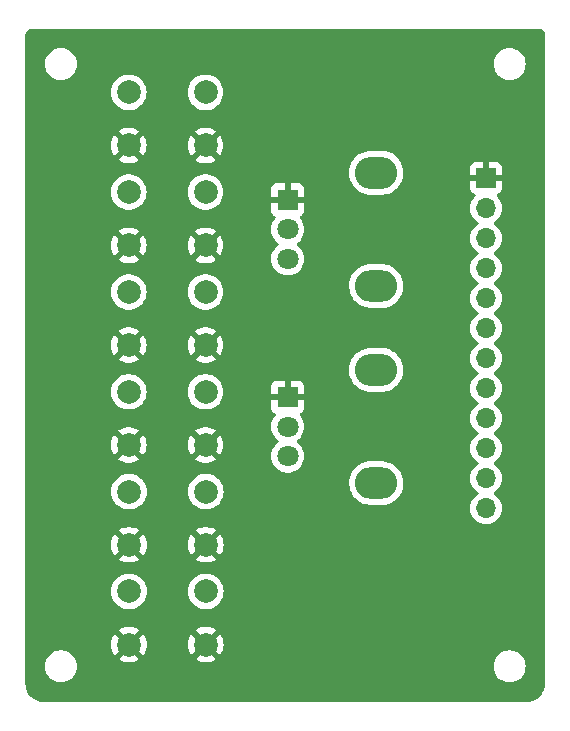
<source format=gbl>
G04 #@! TF.GenerationSoftware,KiCad,Pcbnew,7.0.9*
G04 #@! TF.CreationDate,2024-01-02T17:05:22-06:00*
G04 #@! TF.ProjectId,basic_expander_v2.1,62617369-635f-4657-9870-616e6465725f,rev?*
G04 #@! TF.SameCoordinates,Original*
G04 #@! TF.FileFunction,Copper,L2,Bot*
G04 #@! TF.FilePolarity,Positive*
%FSLAX46Y46*%
G04 Gerber Fmt 4.6, Leading zero omitted, Abs format (unit mm)*
G04 Created by KiCad (PCBNEW 7.0.9) date 2024-01-02 17:05:22*
%MOMM*%
%LPD*%
G01*
G04 APERTURE LIST*
G04 #@! TA.AperFunction,ComponentPad*
%ADD10O,3.580000X2.720000*%
G04 #@! TD*
G04 #@! TA.AperFunction,ComponentPad*
%ADD11O,3.580000X2.696000*%
G04 #@! TD*
G04 #@! TA.AperFunction,ComponentPad*
%ADD12R,1.800000X1.800000*%
G04 #@! TD*
G04 #@! TA.AperFunction,ComponentPad*
%ADD13C,1.800000*%
G04 #@! TD*
G04 #@! TA.AperFunction,ComponentPad*
%ADD14C,2.000000*%
G04 #@! TD*
G04 #@! TA.AperFunction,ComponentPad*
%ADD15R,1.700000X1.700000*%
G04 #@! TD*
G04 #@! TA.AperFunction,ComponentPad*
%ADD16O,1.700000X1.700000*%
G04 #@! TD*
G04 APERTURE END LIST*
D10*
X90200000Y-69400000D03*
D11*
X90212000Y-78988000D03*
D12*
X82700000Y-71700000D03*
D13*
X82700000Y-74200000D03*
X82700000Y-76700000D03*
D10*
X90200000Y-52700000D03*
D11*
X90212000Y-62288000D03*
D12*
X82700000Y-55000000D03*
D13*
X82700000Y-57500000D03*
X82700000Y-60000000D03*
D14*
X69250000Y-54351222D03*
X75750000Y-54351222D03*
X69250000Y-58851222D03*
X75750000Y-58851222D03*
X69273315Y-88156111D03*
X75773315Y-88156111D03*
X69273315Y-92656111D03*
X75773315Y-92656111D03*
D15*
X99500000Y-53170000D03*
D16*
X99500000Y-55710000D03*
X99500000Y-58250000D03*
X99500000Y-60790000D03*
X99500000Y-63330000D03*
X99500000Y-65870000D03*
X99500000Y-68410000D03*
X99500000Y-70950000D03*
X99500000Y-73490000D03*
X99500000Y-76030000D03*
X99500000Y-78570000D03*
X99500000Y-81110000D03*
D14*
X69250000Y-45900000D03*
X75750000Y-45900000D03*
X69250000Y-50400000D03*
X75750000Y-50400000D03*
X69273315Y-79704888D03*
X75773315Y-79704888D03*
X69273315Y-84204888D03*
X75773315Y-84204888D03*
X69250000Y-62802444D03*
X75750000Y-62802444D03*
X69250000Y-67302444D03*
X75750000Y-67302444D03*
X69250000Y-71253666D03*
X75750000Y-71253666D03*
X69250000Y-75753666D03*
X75750000Y-75753666D03*
G04 #@! TA.AperFunction,Conductor*
G36*
X104003458Y-40500889D02*
G01*
X104097266Y-40511459D01*
X104124331Y-40517636D01*
X104203540Y-40545352D01*
X104228553Y-40557398D01*
X104299606Y-40602043D01*
X104321313Y-40619355D01*
X104380644Y-40678686D01*
X104397957Y-40700395D01*
X104442600Y-40771444D01*
X104454648Y-40796462D01*
X104482362Y-40875666D01*
X104488540Y-40902735D01*
X104493133Y-40943501D01*
X104499110Y-40996535D01*
X104499500Y-41003482D01*
X104499500Y-95997786D01*
X104499342Y-96002210D01*
X104484869Y-96204557D01*
X104482351Y-96222068D01*
X104440646Y-96413787D01*
X104435662Y-96430763D01*
X104367090Y-96614609D01*
X104359740Y-96630701D01*
X104265711Y-96802904D01*
X104256146Y-96817789D01*
X104138558Y-96974867D01*
X104126972Y-96988237D01*
X103988237Y-97126972D01*
X103974867Y-97138558D01*
X103817789Y-97256146D01*
X103802904Y-97265711D01*
X103630701Y-97359740D01*
X103614609Y-97367090D01*
X103430763Y-97435662D01*
X103413787Y-97440646D01*
X103222068Y-97482351D01*
X103204557Y-97484869D01*
X103023733Y-97497802D01*
X103002208Y-97499342D01*
X102997786Y-97499500D01*
X62002214Y-97499500D01*
X61997791Y-97499342D01*
X61973413Y-97497598D01*
X61795442Y-97484869D01*
X61777931Y-97482351D01*
X61586212Y-97440646D01*
X61569236Y-97435662D01*
X61385390Y-97367090D01*
X61369298Y-97359740D01*
X61197095Y-97265711D01*
X61182210Y-97256146D01*
X61025132Y-97138558D01*
X61011762Y-97126972D01*
X60873027Y-96988237D01*
X60861441Y-96974867D01*
X60743849Y-96817784D01*
X60734288Y-96802904D01*
X60640259Y-96630701D01*
X60632909Y-96614609D01*
X60572091Y-96451551D01*
X60564334Y-96430755D01*
X60559355Y-96413797D01*
X60517647Y-96222063D01*
X60515130Y-96204556D01*
X60500658Y-96002210D01*
X60500500Y-95997786D01*
X60500500Y-94500000D01*
X62144341Y-94500000D01*
X62164936Y-94735403D01*
X62164938Y-94735413D01*
X62226094Y-94963655D01*
X62226096Y-94963659D01*
X62226097Y-94963663D01*
X62276031Y-95070746D01*
X62325964Y-95177828D01*
X62325965Y-95177830D01*
X62461505Y-95371402D01*
X62628597Y-95538494D01*
X62822169Y-95674034D01*
X62822171Y-95674035D01*
X63036337Y-95773903D01*
X63264592Y-95835063D01*
X63441034Y-95850500D01*
X63558966Y-95850500D01*
X63735408Y-95835063D01*
X63963663Y-95773903D01*
X64177829Y-95674035D01*
X64371401Y-95538495D01*
X64538495Y-95371401D01*
X64674035Y-95177830D01*
X64773903Y-94963663D01*
X64835063Y-94735408D01*
X64855659Y-94500000D01*
X100144341Y-94500000D01*
X100164936Y-94735403D01*
X100164938Y-94735413D01*
X100226094Y-94963655D01*
X100226096Y-94963659D01*
X100226097Y-94963663D01*
X100276031Y-95070746D01*
X100325964Y-95177828D01*
X100325965Y-95177830D01*
X100461505Y-95371402D01*
X100628597Y-95538494D01*
X100822169Y-95674034D01*
X100822171Y-95674035D01*
X101036337Y-95773903D01*
X101264592Y-95835063D01*
X101441034Y-95850500D01*
X101558966Y-95850500D01*
X101735408Y-95835063D01*
X101963663Y-95773903D01*
X102177829Y-95674035D01*
X102371401Y-95538495D01*
X102538495Y-95371401D01*
X102674035Y-95177830D01*
X102773903Y-94963663D01*
X102835063Y-94735408D01*
X102855659Y-94500000D01*
X102835063Y-94264592D01*
X102773903Y-94036337D01*
X102674035Y-93822171D01*
X102674034Y-93822169D01*
X102538494Y-93628597D01*
X102371402Y-93461505D01*
X102177830Y-93325965D01*
X102177828Y-93325964D01*
X102070746Y-93276031D01*
X101963663Y-93226097D01*
X101963659Y-93226096D01*
X101963655Y-93226094D01*
X101735413Y-93164938D01*
X101735403Y-93164936D01*
X101558966Y-93149500D01*
X101441034Y-93149500D01*
X101264596Y-93164936D01*
X101264586Y-93164938D01*
X101036344Y-93226094D01*
X101036335Y-93226098D01*
X100822171Y-93325964D01*
X100822169Y-93325965D01*
X100628597Y-93461505D01*
X100461506Y-93628597D01*
X100461501Y-93628604D01*
X100325967Y-93822165D01*
X100325965Y-93822169D01*
X100226098Y-94036335D01*
X100226094Y-94036344D01*
X100164938Y-94264586D01*
X100164936Y-94264596D01*
X100144341Y-94499999D01*
X100144341Y-94500000D01*
X64855659Y-94500000D01*
X64835063Y-94264592D01*
X64773903Y-94036337D01*
X64674035Y-93822171D01*
X64674034Y-93822169D01*
X64538494Y-93628597D01*
X64371402Y-93461505D01*
X64177830Y-93325965D01*
X64177828Y-93325964D01*
X64070746Y-93276031D01*
X63963663Y-93226097D01*
X63963659Y-93226096D01*
X63963655Y-93226094D01*
X63735413Y-93164938D01*
X63735403Y-93164936D01*
X63558966Y-93149500D01*
X63441034Y-93149500D01*
X63264596Y-93164936D01*
X63264586Y-93164938D01*
X63036344Y-93226094D01*
X63036335Y-93226098D01*
X62822171Y-93325964D01*
X62822169Y-93325965D01*
X62628597Y-93461505D01*
X62461506Y-93628597D01*
X62461501Y-93628604D01*
X62325967Y-93822165D01*
X62325965Y-93822169D01*
X62226098Y-94036335D01*
X62226094Y-94036344D01*
X62164938Y-94264586D01*
X62164936Y-94264596D01*
X62144341Y-94499999D01*
X62144341Y-94500000D01*
X60500500Y-94500000D01*
X60500500Y-92656116D01*
X67768174Y-92656116D01*
X67788700Y-92903840D01*
X67788702Y-92903849D01*
X67849727Y-93144828D01*
X67949581Y-93372475D01*
X68049879Y-93525993D01*
X68747385Y-92828487D01*
X68750199Y-92842026D01*
X68819757Y-92976267D01*
X68922953Y-93086763D01*
X69052134Y-93165320D01*
X69103317Y-93179660D01*
X68403257Y-93879720D01*
X68450083Y-93916166D01*
X68450085Y-93916167D01*
X68668700Y-94034475D01*
X68668711Y-94034480D01*
X68903821Y-94115194D01*
X69149022Y-94156111D01*
X69397608Y-94156111D01*
X69642808Y-94115194D01*
X69877918Y-94034480D01*
X69877929Y-94034475D01*
X70096543Y-93916168D01*
X70096546Y-93916166D01*
X70143371Y-93879720D01*
X69444883Y-93181232D01*
X69561773Y-93130460D01*
X69679054Y-93035045D01*
X69766243Y-92911526D01*
X69796669Y-92825913D01*
X70496749Y-93525993D01*
X70597046Y-93372480D01*
X70696902Y-93144828D01*
X70757927Y-92903849D01*
X70757929Y-92903840D01*
X70778456Y-92656116D01*
X74268174Y-92656116D01*
X74288700Y-92903840D01*
X74288702Y-92903849D01*
X74349727Y-93144828D01*
X74449581Y-93372475D01*
X74549879Y-93525993D01*
X75247385Y-92828487D01*
X75250199Y-92842026D01*
X75319757Y-92976267D01*
X75422953Y-93086763D01*
X75552134Y-93165320D01*
X75603317Y-93179660D01*
X74903257Y-93879720D01*
X74950083Y-93916166D01*
X74950085Y-93916167D01*
X75168700Y-94034475D01*
X75168711Y-94034480D01*
X75403821Y-94115194D01*
X75649022Y-94156111D01*
X75897608Y-94156111D01*
X76142808Y-94115194D01*
X76377918Y-94034480D01*
X76377929Y-94034475D01*
X76596543Y-93916168D01*
X76596546Y-93916166D01*
X76643371Y-93879720D01*
X75944883Y-93181232D01*
X76061773Y-93130460D01*
X76179054Y-93035045D01*
X76266243Y-92911526D01*
X76296669Y-92825913D01*
X76996749Y-93525993D01*
X77097046Y-93372480D01*
X77196902Y-93144828D01*
X77257927Y-92903849D01*
X77257929Y-92903840D01*
X77278456Y-92656116D01*
X77278456Y-92656105D01*
X77257929Y-92408381D01*
X77257927Y-92408372D01*
X77196902Y-92167393D01*
X77097046Y-91939741D01*
X76996749Y-91786227D01*
X76299244Y-92483733D01*
X76296431Y-92470196D01*
X76226873Y-92335955D01*
X76123677Y-92225459D01*
X75994496Y-92146902D01*
X75943312Y-92132561D01*
X76643372Y-91432501D01*
X76643371Y-91432500D01*
X76596544Y-91396054D01*
X76377929Y-91277746D01*
X76377918Y-91277741D01*
X76142808Y-91197027D01*
X75897608Y-91156111D01*
X75649022Y-91156111D01*
X75403821Y-91197027D01*
X75168711Y-91277741D01*
X75168705Y-91277743D01*
X74950076Y-91396060D01*
X74903257Y-91432499D01*
X74903257Y-91432501D01*
X75601746Y-92130989D01*
X75484857Y-92181762D01*
X75367576Y-92277177D01*
X75280387Y-92400696D01*
X75249960Y-92486308D01*
X74549879Y-91786227D01*
X74449582Y-91939743D01*
X74349727Y-92167393D01*
X74288702Y-92408372D01*
X74288700Y-92408381D01*
X74268174Y-92656105D01*
X74268174Y-92656116D01*
X70778456Y-92656116D01*
X70778456Y-92656105D01*
X70757929Y-92408381D01*
X70757927Y-92408372D01*
X70696902Y-92167393D01*
X70597046Y-91939741D01*
X70496749Y-91786227D01*
X69799244Y-92483733D01*
X69796431Y-92470196D01*
X69726873Y-92335955D01*
X69623677Y-92225459D01*
X69494496Y-92146902D01*
X69443312Y-92132561D01*
X70143372Y-91432501D01*
X70143371Y-91432500D01*
X70096544Y-91396054D01*
X69877929Y-91277746D01*
X69877918Y-91277741D01*
X69642808Y-91197027D01*
X69397608Y-91156111D01*
X69149022Y-91156111D01*
X68903821Y-91197027D01*
X68668711Y-91277741D01*
X68668705Y-91277743D01*
X68450076Y-91396060D01*
X68403257Y-91432499D01*
X68403257Y-91432501D01*
X69101746Y-92130989D01*
X68984857Y-92181762D01*
X68867576Y-92277177D01*
X68780387Y-92400696D01*
X68749960Y-92486308D01*
X68049879Y-91786227D01*
X67949582Y-91939743D01*
X67849727Y-92167393D01*
X67788702Y-92408372D01*
X67788700Y-92408381D01*
X67768174Y-92656105D01*
X67768174Y-92656116D01*
X60500500Y-92656116D01*
X60500500Y-88156116D01*
X67767672Y-88156116D01*
X67788205Y-88403923D01*
X67788207Y-88403935D01*
X67849251Y-88644992D01*
X67949141Y-88872717D01*
X68085148Y-89080893D01*
X68085151Y-89080896D01*
X68253571Y-89263849D01*
X68449806Y-89416585D01*
X68668505Y-89534939D01*
X68903701Y-89615682D01*
X69148980Y-89656611D01*
X69397650Y-89656611D01*
X69642929Y-89615682D01*
X69878125Y-89534939D01*
X70096824Y-89416585D01*
X70293059Y-89263849D01*
X70461479Y-89080896D01*
X70597488Y-88872718D01*
X70697378Y-88644992D01*
X70758423Y-88403932D01*
X70778958Y-88156116D01*
X74267672Y-88156116D01*
X74288205Y-88403923D01*
X74288207Y-88403935D01*
X74349251Y-88644992D01*
X74449141Y-88872717D01*
X74585148Y-89080893D01*
X74585151Y-89080896D01*
X74753571Y-89263849D01*
X74949806Y-89416585D01*
X75168505Y-89534939D01*
X75403701Y-89615682D01*
X75648980Y-89656611D01*
X75897650Y-89656611D01*
X76142929Y-89615682D01*
X76378125Y-89534939D01*
X76596824Y-89416585D01*
X76793059Y-89263849D01*
X76961479Y-89080896D01*
X77097488Y-88872718D01*
X77197378Y-88644992D01*
X77258423Y-88403932D01*
X77278958Y-88156111D01*
X77258423Y-87908290D01*
X77197378Y-87667230D01*
X77097488Y-87439504D01*
X76961481Y-87231328D01*
X76939872Y-87207855D01*
X76793059Y-87048373D01*
X76596824Y-86895637D01*
X76596822Y-86895636D01*
X76596821Y-86895635D01*
X76378126Y-86777283D01*
X76378117Y-86777280D01*
X76142931Y-86696540D01*
X75897650Y-86655611D01*
X75648980Y-86655611D01*
X75403698Y-86696540D01*
X75168512Y-86777280D01*
X75168503Y-86777283D01*
X74949808Y-86895635D01*
X74753572Y-87048372D01*
X74585148Y-87231328D01*
X74449141Y-87439504D01*
X74349251Y-87667229D01*
X74288207Y-87908286D01*
X74288205Y-87908298D01*
X74267672Y-88156105D01*
X74267672Y-88156116D01*
X70778958Y-88156116D01*
X70778958Y-88156111D01*
X70758423Y-87908290D01*
X70697378Y-87667230D01*
X70597488Y-87439504D01*
X70461481Y-87231328D01*
X70439872Y-87207855D01*
X70293059Y-87048373D01*
X70096824Y-86895637D01*
X70096822Y-86895636D01*
X70096821Y-86895635D01*
X69878126Y-86777283D01*
X69878117Y-86777280D01*
X69642931Y-86696540D01*
X69397650Y-86655611D01*
X69148980Y-86655611D01*
X68903698Y-86696540D01*
X68668512Y-86777280D01*
X68668503Y-86777283D01*
X68449808Y-86895635D01*
X68253572Y-87048372D01*
X68085148Y-87231328D01*
X67949141Y-87439504D01*
X67849251Y-87667229D01*
X67788207Y-87908286D01*
X67788205Y-87908298D01*
X67767672Y-88156105D01*
X67767672Y-88156116D01*
X60500500Y-88156116D01*
X60500500Y-84204893D01*
X67768174Y-84204893D01*
X67788700Y-84452617D01*
X67788702Y-84452626D01*
X67849727Y-84693605D01*
X67949581Y-84921252D01*
X68049879Y-85074770D01*
X68747385Y-84377264D01*
X68750199Y-84390803D01*
X68819757Y-84525044D01*
X68922953Y-84635540D01*
X69052134Y-84714097D01*
X69103317Y-84728437D01*
X68403257Y-85428497D01*
X68450083Y-85464943D01*
X68450085Y-85464944D01*
X68668700Y-85583252D01*
X68668711Y-85583257D01*
X68903821Y-85663971D01*
X69149022Y-85704888D01*
X69397608Y-85704888D01*
X69642808Y-85663971D01*
X69877918Y-85583257D01*
X69877929Y-85583252D01*
X70096543Y-85464945D01*
X70096546Y-85464943D01*
X70143371Y-85428497D01*
X69444883Y-84730009D01*
X69561773Y-84679237D01*
X69679054Y-84583822D01*
X69766243Y-84460303D01*
X69796669Y-84374690D01*
X70496749Y-85074770D01*
X70597046Y-84921257D01*
X70696902Y-84693605D01*
X70757927Y-84452626D01*
X70757929Y-84452617D01*
X70778456Y-84204893D01*
X74268174Y-84204893D01*
X74288700Y-84452617D01*
X74288702Y-84452626D01*
X74349727Y-84693605D01*
X74449581Y-84921252D01*
X74549879Y-85074770D01*
X75247385Y-84377264D01*
X75250199Y-84390803D01*
X75319757Y-84525044D01*
X75422953Y-84635540D01*
X75552134Y-84714097D01*
X75603317Y-84728437D01*
X74903257Y-85428497D01*
X74950083Y-85464943D01*
X74950085Y-85464944D01*
X75168700Y-85583252D01*
X75168711Y-85583257D01*
X75403821Y-85663971D01*
X75649022Y-85704888D01*
X75897608Y-85704888D01*
X76142808Y-85663971D01*
X76377918Y-85583257D01*
X76377929Y-85583252D01*
X76596543Y-85464945D01*
X76596546Y-85464943D01*
X76643371Y-85428497D01*
X75944883Y-84730009D01*
X76061773Y-84679237D01*
X76179054Y-84583822D01*
X76266243Y-84460303D01*
X76296669Y-84374690D01*
X76996749Y-85074770D01*
X77097046Y-84921257D01*
X77196902Y-84693605D01*
X77257927Y-84452626D01*
X77257929Y-84452617D01*
X77278456Y-84204893D01*
X77278456Y-84204882D01*
X77257929Y-83957158D01*
X77257927Y-83957149D01*
X77196902Y-83716170D01*
X77097046Y-83488518D01*
X76996749Y-83335004D01*
X76299244Y-84032510D01*
X76296431Y-84018973D01*
X76226873Y-83884732D01*
X76123677Y-83774236D01*
X75994496Y-83695679D01*
X75943312Y-83681338D01*
X76643372Y-82981278D01*
X76643371Y-82981277D01*
X76596544Y-82944831D01*
X76377929Y-82826523D01*
X76377918Y-82826518D01*
X76142808Y-82745804D01*
X75897608Y-82704888D01*
X75649022Y-82704888D01*
X75403821Y-82745804D01*
X75168711Y-82826518D01*
X75168705Y-82826520D01*
X74950076Y-82944837D01*
X74903257Y-82981276D01*
X74903257Y-82981278D01*
X75601746Y-83679766D01*
X75484857Y-83730539D01*
X75367576Y-83825954D01*
X75280387Y-83949473D01*
X75249960Y-84035085D01*
X74549879Y-83335004D01*
X74449582Y-83488520D01*
X74349727Y-83716170D01*
X74288702Y-83957149D01*
X74288700Y-83957158D01*
X74268174Y-84204882D01*
X74268174Y-84204893D01*
X70778456Y-84204893D01*
X70778456Y-84204882D01*
X70757929Y-83957158D01*
X70757927Y-83957149D01*
X70696902Y-83716170D01*
X70597046Y-83488518D01*
X70496749Y-83335004D01*
X69799244Y-84032510D01*
X69796431Y-84018973D01*
X69726873Y-83884732D01*
X69623677Y-83774236D01*
X69494496Y-83695679D01*
X69443312Y-83681338D01*
X70143372Y-82981278D01*
X70143371Y-82981277D01*
X70096544Y-82944831D01*
X69877929Y-82826523D01*
X69877918Y-82826518D01*
X69642808Y-82745804D01*
X69397608Y-82704888D01*
X69149022Y-82704888D01*
X68903821Y-82745804D01*
X68668711Y-82826518D01*
X68668705Y-82826520D01*
X68450076Y-82944837D01*
X68403257Y-82981276D01*
X68403257Y-82981278D01*
X69101746Y-83679766D01*
X68984857Y-83730539D01*
X68867576Y-83825954D01*
X68780387Y-83949473D01*
X68749960Y-84035085D01*
X68049879Y-83335004D01*
X67949582Y-83488520D01*
X67849727Y-83716170D01*
X67788702Y-83957149D01*
X67788700Y-83957158D01*
X67768174Y-84204882D01*
X67768174Y-84204893D01*
X60500500Y-84204893D01*
X60500500Y-79704893D01*
X67767672Y-79704893D01*
X67788205Y-79952700D01*
X67788207Y-79952712D01*
X67849251Y-80193769D01*
X67949141Y-80421494D01*
X68085148Y-80629670D01*
X68085151Y-80629673D01*
X68253571Y-80812626D01*
X68449806Y-80965362D01*
X68668505Y-81083716D01*
X68903701Y-81164459D01*
X69148980Y-81205388D01*
X69397650Y-81205388D01*
X69642929Y-81164459D01*
X69878125Y-81083716D01*
X70096824Y-80965362D01*
X70293059Y-80812626D01*
X70461479Y-80629673D01*
X70597488Y-80421495D01*
X70697378Y-80193769D01*
X70758423Y-79952709D01*
X70759346Y-79941575D01*
X70778958Y-79704893D01*
X74267672Y-79704893D01*
X74288205Y-79952700D01*
X74288207Y-79952712D01*
X74349251Y-80193769D01*
X74449141Y-80421494D01*
X74585148Y-80629670D01*
X74585151Y-80629673D01*
X74753571Y-80812626D01*
X74949806Y-80965362D01*
X75168505Y-81083716D01*
X75403701Y-81164459D01*
X75648980Y-81205388D01*
X75897650Y-81205388D01*
X76142929Y-81164459D01*
X76301562Y-81110000D01*
X98144341Y-81110000D01*
X98164936Y-81345403D01*
X98164938Y-81345413D01*
X98226094Y-81573655D01*
X98226096Y-81573659D01*
X98226097Y-81573663D01*
X98325965Y-81787830D01*
X98325967Y-81787834D01*
X98434281Y-81942521D01*
X98461505Y-81981401D01*
X98628599Y-82148495D01*
X98725384Y-82216265D01*
X98822165Y-82284032D01*
X98822167Y-82284033D01*
X98822170Y-82284035D01*
X99036337Y-82383903D01*
X99264592Y-82445063D01*
X99452918Y-82461539D01*
X99499999Y-82465659D01*
X99500000Y-82465659D01*
X99500001Y-82465659D01*
X99539234Y-82462226D01*
X99735408Y-82445063D01*
X99963663Y-82383903D01*
X100177830Y-82284035D01*
X100371401Y-82148495D01*
X100538495Y-81981401D01*
X100674035Y-81787830D01*
X100773903Y-81573663D01*
X100835063Y-81345408D01*
X100855659Y-81110000D01*
X100835063Y-80874592D01*
X100773903Y-80646337D01*
X100674035Y-80432171D01*
X100629378Y-80368393D01*
X100538494Y-80238597D01*
X100371402Y-80071506D01*
X100371396Y-80071501D01*
X100185842Y-79941575D01*
X100142217Y-79886998D01*
X100135023Y-79817500D01*
X100166546Y-79755145D01*
X100185842Y-79738425D01*
X100222318Y-79712884D01*
X100371401Y-79608495D01*
X100538495Y-79441401D01*
X100674035Y-79247830D01*
X100773903Y-79033663D01*
X100835063Y-78805408D01*
X100855659Y-78570000D01*
X100835063Y-78334592D01*
X100773903Y-78106337D01*
X100674035Y-77892171D01*
X100611179Y-77802402D01*
X100538494Y-77698597D01*
X100371402Y-77531506D01*
X100371396Y-77531501D01*
X100185842Y-77401575D01*
X100142217Y-77346998D01*
X100135023Y-77277500D01*
X100166546Y-77215145D01*
X100185842Y-77198425D01*
X100213731Y-77178897D01*
X100371401Y-77068495D01*
X100538495Y-76901401D01*
X100674035Y-76707830D01*
X100773903Y-76493663D01*
X100835063Y-76265408D01*
X100855659Y-76030000D01*
X100835063Y-75794592D01*
X100773903Y-75566337D01*
X100674035Y-75352171D01*
X100674019Y-75352147D01*
X100538494Y-75158597D01*
X100371402Y-74991506D01*
X100371396Y-74991501D01*
X100185842Y-74861575D01*
X100142217Y-74806998D01*
X100135023Y-74737500D01*
X100166546Y-74675145D01*
X100185842Y-74658425D01*
X100208026Y-74642891D01*
X100371401Y-74528495D01*
X100538495Y-74361401D01*
X100674035Y-74167830D01*
X100773903Y-73953663D01*
X100835063Y-73725408D01*
X100855659Y-73490000D01*
X100835063Y-73254592D01*
X100773903Y-73026337D01*
X100674035Y-72812171D01*
X100604761Y-72713236D01*
X100538494Y-72618597D01*
X100371402Y-72451506D01*
X100371396Y-72451501D01*
X100185842Y-72321575D01*
X100142217Y-72266998D01*
X100135023Y-72197500D01*
X100166546Y-72135145D01*
X100185842Y-72118425D01*
X100310986Y-72030798D01*
X100371401Y-71988495D01*
X100538495Y-71821401D01*
X100674035Y-71627830D01*
X100773903Y-71413663D01*
X100835063Y-71185408D01*
X100855659Y-70950000D01*
X100835063Y-70714592D01*
X100773903Y-70486337D01*
X100674035Y-70272171D01*
X100660594Y-70252974D01*
X100538494Y-70078597D01*
X100371402Y-69911506D01*
X100371396Y-69911501D01*
X100185842Y-69781575D01*
X100142217Y-69726998D01*
X100135023Y-69657500D01*
X100166546Y-69595145D01*
X100185842Y-69578425D01*
X100208026Y-69562891D01*
X100371401Y-69448495D01*
X100538495Y-69281401D01*
X100674035Y-69087830D01*
X100773903Y-68873663D01*
X100835063Y-68645408D01*
X100855659Y-68410000D01*
X100835063Y-68174592D01*
X100773903Y-67946337D01*
X100674035Y-67732171D01*
X100621830Y-67657613D01*
X100538494Y-67538597D01*
X100371402Y-67371506D01*
X100371396Y-67371501D01*
X100185842Y-67241575D01*
X100142217Y-67186998D01*
X100135023Y-67117500D01*
X100166546Y-67055145D01*
X100185842Y-67038425D01*
X100266014Y-66982288D01*
X100371401Y-66908495D01*
X100538495Y-66741401D01*
X100674035Y-66547830D01*
X100773903Y-66333663D01*
X100835063Y-66105408D01*
X100855659Y-65870000D01*
X100835063Y-65634592D01*
X100773903Y-65406337D01*
X100674035Y-65192171D01*
X100538495Y-64998599D01*
X100538494Y-64998597D01*
X100371402Y-64831506D01*
X100371396Y-64831501D01*
X100185842Y-64701575D01*
X100142217Y-64646998D01*
X100135023Y-64577500D01*
X100166546Y-64515145D01*
X100185842Y-64498425D01*
X100208026Y-64482891D01*
X100371401Y-64368495D01*
X100538495Y-64201401D01*
X100674035Y-64007830D01*
X100773903Y-63793663D01*
X100835063Y-63565408D01*
X100855659Y-63330000D01*
X100835063Y-63094592D01*
X100773903Y-62866337D01*
X100674035Y-62652171D01*
X100654768Y-62624654D01*
X100538494Y-62458597D01*
X100371402Y-62291506D01*
X100371396Y-62291501D01*
X100185842Y-62161575D01*
X100142217Y-62106998D01*
X100135023Y-62037500D01*
X100166546Y-61975145D01*
X100185842Y-61958425D01*
X100208026Y-61942891D01*
X100371401Y-61828495D01*
X100538495Y-61661401D01*
X100674035Y-61467830D01*
X100773903Y-61253663D01*
X100835063Y-61025408D01*
X100855659Y-60790000D01*
X100835063Y-60554592D01*
X100773903Y-60326337D01*
X100674035Y-60112171D01*
X100673411Y-60111279D01*
X100538494Y-59918597D01*
X100371402Y-59751506D01*
X100371396Y-59751501D01*
X100185842Y-59621575D01*
X100142217Y-59566998D01*
X100135023Y-59497500D01*
X100166546Y-59435145D01*
X100185842Y-59418425D01*
X100318451Y-59325571D01*
X100371401Y-59288495D01*
X100538495Y-59121401D01*
X100674035Y-58927830D01*
X100773903Y-58713663D01*
X100835063Y-58485408D01*
X100855659Y-58250000D01*
X100835063Y-58014592D01*
X100773903Y-57786337D01*
X100674035Y-57572171D01*
X100604492Y-57472852D01*
X100538494Y-57378597D01*
X100371402Y-57211506D01*
X100371396Y-57211501D01*
X100185842Y-57081575D01*
X100142217Y-57026998D01*
X100135023Y-56957500D01*
X100166546Y-56895145D01*
X100185842Y-56878425D01*
X100253356Y-56831151D01*
X100371401Y-56748495D01*
X100538495Y-56581401D01*
X100674035Y-56387830D01*
X100773903Y-56173663D01*
X100835063Y-55945408D01*
X100855659Y-55710000D01*
X100835063Y-55474592D01*
X100781852Y-55276004D01*
X100773905Y-55246344D01*
X100773904Y-55246343D01*
X100773903Y-55246337D01*
X100674035Y-55032171D01*
X100538495Y-54838599D01*
X100416179Y-54716283D01*
X100382696Y-54654963D01*
X100387680Y-54585271D01*
X100429551Y-54529337D01*
X100460529Y-54512422D01*
X100592086Y-54463354D01*
X100592093Y-54463350D01*
X100707187Y-54377190D01*
X100707190Y-54377187D01*
X100793350Y-54262093D01*
X100793354Y-54262086D01*
X100843596Y-54127379D01*
X100843598Y-54127372D01*
X100849999Y-54067844D01*
X100850000Y-54067827D01*
X100850000Y-53420000D01*
X99933686Y-53420000D01*
X99959493Y-53379844D01*
X100000000Y-53241889D01*
X100000000Y-53098111D01*
X99959493Y-52960156D01*
X99933686Y-52920000D01*
X100850000Y-52920000D01*
X100850000Y-52272172D01*
X100849999Y-52272155D01*
X100843598Y-52212627D01*
X100843596Y-52212620D01*
X100793354Y-52077913D01*
X100793350Y-52077906D01*
X100707190Y-51962812D01*
X100707187Y-51962809D01*
X100592093Y-51876649D01*
X100592086Y-51876645D01*
X100457379Y-51826403D01*
X100457372Y-51826401D01*
X100397844Y-51820000D01*
X99750000Y-51820000D01*
X99750000Y-52734498D01*
X99642315Y-52685320D01*
X99535763Y-52670000D01*
X99464237Y-52670000D01*
X99357685Y-52685320D01*
X99250000Y-52734498D01*
X99250000Y-51820000D01*
X98602155Y-51820000D01*
X98542627Y-51826401D01*
X98542620Y-51826403D01*
X98407913Y-51876645D01*
X98407906Y-51876649D01*
X98292812Y-51962809D01*
X98292809Y-51962812D01*
X98206649Y-52077906D01*
X98206645Y-52077913D01*
X98156403Y-52212620D01*
X98156401Y-52212627D01*
X98150000Y-52272155D01*
X98150000Y-52920000D01*
X99066314Y-52920000D01*
X99040507Y-52960156D01*
X99000000Y-53098111D01*
X99000000Y-53241889D01*
X99040507Y-53379844D01*
X99066314Y-53420000D01*
X98150000Y-53420000D01*
X98150000Y-54067844D01*
X98156401Y-54127372D01*
X98156403Y-54127379D01*
X98206645Y-54262086D01*
X98206649Y-54262093D01*
X98292809Y-54377187D01*
X98292812Y-54377190D01*
X98407906Y-54463350D01*
X98407913Y-54463354D01*
X98539470Y-54512421D01*
X98595403Y-54554292D01*
X98619821Y-54619756D01*
X98604970Y-54688029D01*
X98583819Y-54716284D01*
X98461503Y-54838600D01*
X98325965Y-55032169D01*
X98325964Y-55032171D01*
X98226098Y-55246335D01*
X98226094Y-55246344D01*
X98164938Y-55474586D01*
X98164936Y-55474596D01*
X98144341Y-55709999D01*
X98144341Y-55710000D01*
X98164936Y-55945403D01*
X98164938Y-55945413D01*
X98226094Y-56173655D01*
X98226096Y-56173659D01*
X98226097Y-56173663D01*
X98314434Y-56363102D01*
X98325965Y-56387830D01*
X98325967Y-56387834D01*
X98404936Y-56500612D01*
X98448807Y-56563267D01*
X98461501Y-56581395D01*
X98461506Y-56581402D01*
X98628597Y-56748493D01*
X98628603Y-56748498D01*
X98814158Y-56878425D01*
X98857783Y-56933002D01*
X98864977Y-57002500D01*
X98833454Y-57064855D01*
X98814158Y-57081575D01*
X98628597Y-57211505D01*
X98461505Y-57378597D01*
X98325965Y-57572169D01*
X98325964Y-57572171D01*
X98226098Y-57786335D01*
X98226094Y-57786344D01*
X98164938Y-58014586D01*
X98164936Y-58014596D01*
X98144341Y-58249999D01*
X98144341Y-58250000D01*
X98164936Y-58485403D01*
X98164938Y-58485413D01*
X98226094Y-58713655D01*
X98226096Y-58713659D01*
X98226097Y-58713663D01*
X98307909Y-58889108D01*
X98325965Y-58927830D01*
X98325967Y-58927834D01*
X98461501Y-59121395D01*
X98461506Y-59121402D01*
X98628597Y-59288493D01*
X98628603Y-59288498D01*
X98814158Y-59418425D01*
X98857783Y-59473002D01*
X98864977Y-59542500D01*
X98833454Y-59604855D01*
X98814158Y-59621575D01*
X98628597Y-59751505D01*
X98461505Y-59918597D01*
X98325965Y-60112169D01*
X98325964Y-60112171D01*
X98226098Y-60326335D01*
X98226094Y-60326344D01*
X98164938Y-60554586D01*
X98164936Y-60554596D01*
X98144341Y-60789999D01*
X98144341Y-60790000D01*
X98164936Y-61025403D01*
X98164938Y-61025413D01*
X98226094Y-61253655D01*
X98226096Y-61253659D01*
X98226097Y-61253663D01*
X98305346Y-61423613D01*
X98325965Y-61467830D01*
X98325967Y-61467834D01*
X98461501Y-61661395D01*
X98461506Y-61661402D01*
X98628597Y-61828493D01*
X98628603Y-61828498D01*
X98814158Y-61958425D01*
X98857783Y-62013002D01*
X98864977Y-62082500D01*
X98833454Y-62144855D01*
X98814158Y-62161575D01*
X98628597Y-62291505D01*
X98461505Y-62458597D01*
X98325965Y-62652169D01*
X98325964Y-62652171D01*
X98226098Y-62866335D01*
X98226094Y-62866344D01*
X98164938Y-63094586D01*
X98164936Y-63094596D01*
X98144341Y-63329999D01*
X98144341Y-63330000D01*
X98164936Y-63565403D01*
X98164938Y-63565413D01*
X98226094Y-63793655D01*
X98226096Y-63793659D01*
X98226097Y-63793663D01*
X98277685Y-63904294D01*
X98325965Y-64007830D01*
X98325967Y-64007834D01*
X98461501Y-64201395D01*
X98461506Y-64201402D01*
X98628597Y-64368493D01*
X98628603Y-64368498D01*
X98814158Y-64498425D01*
X98857783Y-64553002D01*
X98864977Y-64622500D01*
X98833454Y-64684855D01*
X98814158Y-64701575D01*
X98628597Y-64831505D01*
X98461505Y-64998597D01*
X98325965Y-65192169D01*
X98325964Y-65192171D01*
X98226098Y-65406335D01*
X98226094Y-65406344D01*
X98164938Y-65634586D01*
X98164936Y-65634596D01*
X98144341Y-65869999D01*
X98144341Y-65870000D01*
X98164936Y-66105403D01*
X98164938Y-66105413D01*
X98226094Y-66333655D01*
X98226096Y-66333659D01*
X98226097Y-66333663D01*
X98272214Y-66432560D01*
X98325965Y-66547830D01*
X98325967Y-66547834D01*
X98461501Y-66741395D01*
X98461506Y-66741402D01*
X98628597Y-66908493D01*
X98628603Y-66908498D01*
X98814158Y-67038425D01*
X98857783Y-67093002D01*
X98864977Y-67162500D01*
X98833454Y-67224855D01*
X98814158Y-67241575D01*
X98628597Y-67371505D01*
X98461505Y-67538597D01*
X98325965Y-67732169D01*
X98325964Y-67732171D01*
X98226098Y-67946335D01*
X98226094Y-67946344D01*
X98164938Y-68174586D01*
X98164936Y-68174596D01*
X98144341Y-68409999D01*
X98144341Y-68410000D01*
X98164936Y-68645403D01*
X98164938Y-68645413D01*
X98226094Y-68873655D01*
X98226096Y-68873659D01*
X98226097Y-68873663D01*
X98251509Y-68928159D01*
X98325965Y-69087830D01*
X98325967Y-69087834D01*
X98461501Y-69281395D01*
X98461506Y-69281402D01*
X98628597Y-69448493D01*
X98628603Y-69448498D01*
X98814158Y-69578425D01*
X98857783Y-69633002D01*
X98864977Y-69702500D01*
X98833454Y-69764855D01*
X98814158Y-69781575D01*
X98628597Y-69911505D01*
X98461505Y-70078597D01*
X98325965Y-70272169D01*
X98325964Y-70272171D01*
X98226098Y-70486335D01*
X98226094Y-70486344D01*
X98164938Y-70714586D01*
X98164936Y-70714596D01*
X98144341Y-70949999D01*
X98144341Y-70950000D01*
X98164936Y-71185397D01*
X98164938Y-71185413D01*
X98226094Y-71413655D01*
X98226096Y-71413659D01*
X98226097Y-71413663D01*
X98267046Y-71501478D01*
X98325965Y-71627830D01*
X98325967Y-71627834D01*
X98461501Y-71821395D01*
X98461506Y-71821402D01*
X98628597Y-71988493D01*
X98628603Y-71988498D01*
X98814158Y-72118425D01*
X98857783Y-72173002D01*
X98864977Y-72242500D01*
X98833454Y-72304855D01*
X98814158Y-72321575D01*
X98628597Y-72451505D01*
X98461505Y-72618597D01*
X98325965Y-72812169D01*
X98325964Y-72812171D01*
X98226098Y-73026335D01*
X98226094Y-73026344D01*
X98164938Y-73254586D01*
X98164936Y-73254596D01*
X98144341Y-73489999D01*
X98144341Y-73490000D01*
X98164936Y-73725403D01*
X98164938Y-73725413D01*
X98226094Y-73953655D01*
X98226096Y-73953659D01*
X98226097Y-73953663D01*
X98233105Y-73968691D01*
X98325965Y-74167830D01*
X98325967Y-74167834D01*
X98461501Y-74361395D01*
X98461506Y-74361402D01*
X98628597Y-74528493D01*
X98628603Y-74528498D01*
X98814158Y-74658425D01*
X98857783Y-74713002D01*
X98864977Y-74782500D01*
X98833454Y-74844855D01*
X98814158Y-74861575D01*
X98628597Y-74991505D01*
X98461505Y-75158597D01*
X98325965Y-75352169D01*
X98325964Y-75352171D01*
X98226098Y-75566335D01*
X98226094Y-75566344D01*
X98164938Y-75794586D01*
X98164936Y-75794596D01*
X98144341Y-76029999D01*
X98144341Y-76030000D01*
X98164936Y-76265403D01*
X98164938Y-76265413D01*
X98226094Y-76493655D01*
X98226096Y-76493659D01*
X98226097Y-76493663D01*
X98286664Y-76623548D01*
X98325965Y-76707830D01*
X98325967Y-76707834D01*
X98461501Y-76901395D01*
X98461506Y-76901402D01*
X98628597Y-77068493D01*
X98628603Y-77068498D01*
X98814158Y-77198425D01*
X98857783Y-77253002D01*
X98864977Y-77322500D01*
X98833454Y-77384855D01*
X98814158Y-77401575D01*
X98628597Y-77531505D01*
X98461505Y-77698597D01*
X98325965Y-77892169D01*
X98325964Y-77892171D01*
X98226098Y-78106335D01*
X98226094Y-78106344D01*
X98164938Y-78334586D01*
X98164936Y-78334596D01*
X98144341Y-78569999D01*
X98144341Y-78570000D01*
X98164936Y-78805403D01*
X98164938Y-78805413D01*
X98226094Y-79033655D01*
X98226096Y-79033659D01*
X98226097Y-79033663D01*
X98299327Y-79190704D01*
X98325965Y-79247830D01*
X98325967Y-79247834D01*
X98461501Y-79441395D01*
X98461506Y-79441402D01*
X98628597Y-79608493D01*
X98628603Y-79608498D01*
X98814158Y-79738425D01*
X98857783Y-79793002D01*
X98864977Y-79862500D01*
X98833454Y-79924855D01*
X98814158Y-79941575D01*
X98628597Y-80071505D01*
X98461505Y-80238597D01*
X98325965Y-80432169D01*
X98325964Y-80432171D01*
X98226098Y-80646335D01*
X98226094Y-80646344D01*
X98164938Y-80874586D01*
X98164936Y-80874596D01*
X98144341Y-81109999D01*
X98144341Y-81110000D01*
X76301562Y-81110000D01*
X76378125Y-81083716D01*
X76596824Y-80965362D01*
X76793059Y-80812626D01*
X76961479Y-80629673D01*
X77097488Y-80421495D01*
X77197378Y-80193769D01*
X77258423Y-79952709D01*
X77259346Y-79941575D01*
X77278958Y-79704893D01*
X77278958Y-79704882D01*
X77258424Y-79457075D01*
X77258422Y-79457063D01*
X77197378Y-79216006D01*
X77127056Y-79055690D01*
X87917792Y-79055690D01*
X87947386Y-79324649D01*
X87947388Y-79324660D01*
X87981937Y-79456811D01*
X88015827Y-79586441D01*
X88121654Y-79835473D01*
X88262610Y-80066438D01*
X88262617Y-80066448D01*
X88435696Y-80274425D01*
X88435698Y-80274427D01*
X88435699Y-80274428D01*
X88637224Y-80454994D01*
X88862891Y-80604295D01*
X89107893Y-80719147D01*
X89367005Y-80797102D01*
X89634707Y-80836500D01*
X89634712Y-80836500D01*
X90721557Y-80836500D01*
X90780300Y-80832200D01*
X90923864Y-80821693D01*
X91187976Y-80762859D01*
X91440707Y-80666198D01*
X91676671Y-80533768D01*
X91890838Y-80368394D01*
X92078644Y-80173598D01*
X92236087Y-79953534D01*
X92343798Y-79744035D01*
X92359803Y-79712906D01*
X92359805Y-79712899D01*
X92359810Y-79712891D01*
X92447083Y-79457075D01*
X92447173Y-79456811D01*
X92447173Y-79456807D01*
X92447177Y-79456798D01*
X92496325Y-79190713D01*
X92506207Y-78920308D01*
X92476613Y-78651346D01*
X92408173Y-78389559D01*
X92302346Y-78140527D01*
X92161387Y-77909557D01*
X92072204Y-77802392D01*
X91988303Y-77701574D01*
X91988301Y-77701572D01*
X91786775Y-77521005D01*
X91561110Y-77371705D01*
X91408148Y-77300000D01*
X91316107Y-77256853D01*
X91056995Y-77178898D01*
X91056992Y-77178897D01*
X90941482Y-77161897D01*
X90789293Y-77139500D01*
X89702449Y-77139500D01*
X89702443Y-77139500D01*
X89500136Y-77154307D01*
X89500126Y-77154308D01*
X89236028Y-77213139D01*
X89236023Y-77213141D01*
X88983290Y-77309803D01*
X88747330Y-77442231D01*
X88747327Y-77442233D01*
X88533161Y-77607606D01*
X88345364Y-77802392D01*
X88345358Y-77802399D01*
X88187914Y-78022464D01*
X88187911Y-78022469D01*
X88064196Y-78263093D01*
X88064187Y-78263115D01*
X87976826Y-78519188D01*
X87976822Y-78519206D01*
X87927676Y-78785275D01*
X87927674Y-78785295D01*
X87917792Y-79055690D01*
X77127056Y-79055690D01*
X77097488Y-78988281D01*
X76961481Y-78780105D01*
X76939872Y-78756632D01*
X76793059Y-78597150D01*
X76596824Y-78444414D01*
X76596822Y-78444413D01*
X76596821Y-78444412D01*
X76378126Y-78326060D01*
X76378117Y-78326057D01*
X76142931Y-78245317D01*
X75897650Y-78204388D01*
X75648980Y-78204388D01*
X75403698Y-78245317D01*
X75168512Y-78326057D01*
X75168503Y-78326060D01*
X74949808Y-78444412D01*
X74753572Y-78597149D01*
X74585148Y-78780105D01*
X74449141Y-78988281D01*
X74349251Y-79216006D01*
X74288207Y-79457063D01*
X74288205Y-79457075D01*
X74267672Y-79704882D01*
X74267672Y-79704893D01*
X70778958Y-79704893D01*
X70778958Y-79704882D01*
X70758424Y-79457075D01*
X70758422Y-79457063D01*
X70697378Y-79216006D01*
X70597488Y-78988281D01*
X70461481Y-78780105D01*
X70439872Y-78756632D01*
X70293059Y-78597150D01*
X70096824Y-78444414D01*
X70096822Y-78444413D01*
X70096821Y-78444412D01*
X69878126Y-78326060D01*
X69878117Y-78326057D01*
X69642931Y-78245317D01*
X69397650Y-78204388D01*
X69148980Y-78204388D01*
X68903698Y-78245317D01*
X68668512Y-78326057D01*
X68668503Y-78326060D01*
X68449808Y-78444412D01*
X68253572Y-78597149D01*
X68085148Y-78780105D01*
X67949141Y-78988281D01*
X67849251Y-79216006D01*
X67788207Y-79457063D01*
X67788205Y-79457075D01*
X67767672Y-79704882D01*
X67767672Y-79704893D01*
X60500500Y-79704893D01*
X60500500Y-75753671D01*
X67744859Y-75753671D01*
X67765385Y-76001395D01*
X67765387Y-76001404D01*
X67826412Y-76242383D01*
X67926266Y-76470030D01*
X68026564Y-76623548D01*
X68724070Y-75926042D01*
X68726884Y-75939581D01*
X68796442Y-76073822D01*
X68899638Y-76184318D01*
X69028819Y-76262875D01*
X69080002Y-76277215D01*
X68379942Y-76977275D01*
X68426768Y-77013721D01*
X68426770Y-77013722D01*
X68645385Y-77132030D01*
X68645396Y-77132035D01*
X68880506Y-77212749D01*
X69125707Y-77253666D01*
X69374293Y-77253666D01*
X69619493Y-77212749D01*
X69854603Y-77132035D01*
X69854614Y-77132030D01*
X70073228Y-77013723D01*
X70073231Y-77013721D01*
X70120056Y-76977275D01*
X69421568Y-76278787D01*
X69538458Y-76228015D01*
X69655739Y-76132600D01*
X69742928Y-76009081D01*
X69773354Y-75923468D01*
X70473434Y-76623548D01*
X70573731Y-76470035D01*
X70673587Y-76242383D01*
X70734612Y-76001404D01*
X70734614Y-76001395D01*
X70755141Y-75753671D01*
X74244859Y-75753671D01*
X74265385Y-76001395D01*
X74265387Y-76001404D01*
X74326412Y-76242383D01*
X74426266Y-76470030D01*
X74526564Y-76623548D01*
X75224070Y-75926042D01*
X75226884Y-75939581D01*
X75296442Y-76073822D01*
X75399638Y-76184318D01*
X75528819Y-76262875D01*
X75580002Y-76277215D01*
X74879942Y-76977275D01*
X74926768Y-77013721D01*
X74926770Y-77013722D01*
X75145385Y-77132030D01*
X75145396Y-77132035D01*
X75380506Y-77212749D01*
X75625707Y-77253666D01*
X75874293Y-77253666D01*
X76119493Y-77212749D01*
X76354603Y-77132035D01*
X76354614Y-77132030D01*
X76573228Y-77013723D01*
X76573231Y-77013721D01*
X76620056Y-76977275D01*
X76342787Y-76700006D01*
X81294700Y-76700006D01*
X81313864Y-76931297D01*
X81313866Y-76931308D01*
X81370842Y-77156300D01*
X81464075Y-77368848D01*
X81591016Y-77563147D01*
X81591019Y-77563151D01*
X81591021Y-77563153D01*
X81748216Y-77733913D01*
X81748219Y-77733915D01*
X81748222Y-77733918D01*
X81931365Y-77876464D01*
X81931371Y-77876468D01*
X81931374Y-77876470D01*
X82135497Y-77986936D01*
X82238987Y-78022464D01*
X82355015Y-78062297D01*
X82355017Y-78062297D01*
X82355019Y-78062298D01*
X82583951Y-78100500D01*
X82583952Y-78100500D01*
X82816048Y-78100500D01*
X82816049Y-78100500D01*
X83044981Y-78062298D01*
X83264503Y-77986936D01*
X83468626Y-77876470D01*
X83651784Y-77733913D01*
X83808979Y-77563153D01*
X83935924Y-77368849D01*
X84029157Y-77156300D01*
X84086134Y-76931305D01*
X84088612Y-76901401D01*
X84105300Y-76700006D01*
X84105300Y-76699993D01*
X84086135Y-76468702D01*
X84086133Y-76468691D01*
X84029157Y-76243699D01*
X83935924Y-76031151D01*
X83808983Y-75836852D01*
X83808980Y-75836849D01*
X83808979Y-75836847D01*
X83651784Y-75666087D01*
X83499876Y-75547852D01*
X83459064Y-75491143D01*
X83455389Y-75421370D01*
X83490020Y-75360687D01*
X83499876Y-75352147D01*
X83651784Y-75233913D01*
X83808979Y-75063153D01*
X83935924Y-74868849D01*
X84029157Y-74656300D01*
X84086134Y-74431305D01*
X84090775Y-74375296D01*
X84105300Y-74200006D01*
X84105300Y-74199993D01*
X84086135Y-73968702D01*
X84086133Y-73968691D01*
X84029157Y-73743699D01*
X83935924Y-73531151D01*
X83808983Y-73336852D01*
X83808980Y-73336849D01*
X83808979Y-73336847D01*
X83741241Y-73263264D01*
X83710321Y-73200612D01*
X83718181Y-73131186D01*
X83762329Y-73077031D01*
X83789140Y-73063102D01*
X83842086Y-73043354D01*
X83842093Y-73043350D01*
X83957187Y-72957190D01*
X83957190Y-72957187D01*
X84043350Y-72842093D01*
X84043354Y-72842086D01*
X84093596Y-72707379D01*
X84093598Y-72707372D01*
X84099999Y-72647844D01*
X84100000Y-72647827D01*
X84100000Y-71950000D01*
X83133686Y-71950000D01*
X83159493Y-71909844D01*
X83200000Y-71771889D01*
X83200000Y-71628111D01*
X83159493Y-71490156D01*
X83133686Y-71450000D01*
X84100000Y-71450000D01*
X84100000Y-70752172D01*
X84099999Y-70752155D01*
X84093598Y-70692627D01*
X84093596Y-70692620D01*
X84043354Y-70557913D01*
X84043350Y-70557906D01*
X83957190Y-70442812D01*
X83957187Y-70442809D01*
X83842093Y-70356649D01*
X83842086Y-70356645D01*
X83707379Y-70306403D01*
X83707372Y-70306401D01*
X83647844Y-70300000D01*
X82950000Y-70300000D01*
X82950000Y-71264498D01*
X82842315Y-71215320D01*
X82735763Y-71200000D01*
X82664237Y-71200000D01*
X82557685Y-71215320D01*
X82450000Y-71264498D01*
X82450000Y-70300000D01*
X81752155Y-70300000D01*
X81692627Y-70306401D01*
X81692620Y-70306403D01*
X81557913Y-70356645D01*
X81557906Y-70356649D01*
X81442812Y-70442809D01*
X81442809Y-70442812D01*
X81356649Y-70557906D01*
X81356645Y-70557913D01*
X81306403Y-70692620D01*
X81306401Y-70692627D01*
X81300000Y-70752155D01*
X81300000Y-71450000D01*
X82266314Y-71450000D01*
X82240507Y-71490156D01*
X82200000Y-71628111D01*
X82200000Y-71771889D01*
X82240507Y-71909844D01*
X82266314Y-71950000D01*
X81300000Y-71950000D01*
X81300000Y-72647844D01*
X81306401Y-72707372D01*
X81306403Y-72707379D01*
X81356645Y-72842086D01*
X81356649Y-72842093D01*
X81442809Y-72957187D01*
X81442812Y-72957190D01*
X81557906Y-73043350D01*
X81557913Y-73043354D01*
X81610859Y-73063102D01*
X81666793Y-73104973D01*
X81691210Y-73170438D01*
X81676358Y-73238711D01*
X81658757Y-73263265D01*
X81591021Y-73336847D01*
X81591019Y-73336848D01*
X81591016Y-73336853D01*
X81464075Y-73531151D01*
X81370842Y-73743699D01*
X81313866Y-73968691D01*
X81313864Y-73968702D01*
X81294700Y-74199993D01*
X81294700Y-74200006D01*
X81313864Y-74431297D01*
X81313866Y-74431308D01*
X81370842Y-74656300D01*
X81464075Y-74868848D01*
X81591016Y-75063147D01*
X81591019Y-75063151D01*
X81591021Y-75063153D01*
X81748216Y-75233913D01*
X81748219Y-75233915D01*
X81748222Y-75233918D01*
X81900122Y-75352147D01*
X81940935Y-75408857D01*
X81944610Y-75478630D01*
X81909978Y-75539313D01*
X81900122Y-75547853D01*
X81748222Y-75666081D01*
X81748219Y-75666084D01*
X81591016Y-75836852D01*
X81464075Y-76031151D01*
X81370842Y-76243699D01*
X81313866Y-76468691D01*
X81313864Y-76468702D01*
X81294700Y-76699993D01*
X81294700Y-76700006D01*
X76342787Y-76700006D01*
X75921568Y-76278787D01*
X76038458Y-76228015D01*
X76155739Y-76132600D01*
X76242928Y-76009081D01*
X76273354Y-75923468D01*
X76973434Y-76623548D01*
X77073731Y-76470035D01*
X77173587Y-76242383D01*
X77234612Y-76001404D01*
X77234614Y-76001395D01*
X77255141Y-75753671D01*
X77255141Y-75753660D01*
X77234614Y-75505936D01*
X77234612Y-75505927D01*
X77173587Y-75264948D01*
X77073731Y-75037296D01*
X76973434Y-74883782D01*
X76275929Y-75581288D01*
X76273116Y-75567751D01*
X76203558Y-75433510D01*
X76100362Y-75323014D01*
X75971181Y-75244457D01*
X75919997Y-75230116D01*
X76620057Y-74530056D01*
X76620056Y-74530055D01*
X76573229Y-74493609D01*
X76354614Y-74375301D01*
X76354603Y-74375296D01*
X76119493Y-74294582D01*
X75874293Y-74253666D01*
X75625707Y-74253666D01*
X75380506Y-74294582D01*
X75145396Y-74375296D01*
X75145390Y-74375298D01*
X74926761Y-74493615D01*
X74879942Y-74530054D01*
X74879942Y-74530056D01*
X75578431Y-75228544D01*
X75461542Y-75279317D01*
X75344261Y-75374732D01*
X75257072Y-75498251D01*
X75226645Y-75583863D01*
X74526564Y-74883782D01*
X74426267Y-75037298D01*
X74326412Y-75264948D01*
X74265387Y-75505927D01*
X74265385Y-75505936D01*
X74244859Y-75753660D01*
X74244859Y-75753671D01*
X70755141Y-75753671D01*
X70755141Y-75753660D01*
X70734614Y-75505936D01*
X70734612Y-75505927D01*
X70673587Y-75264948D01*
X70573731Y-75037296D01*
X70473434Y-74883782D01*
X69775929Y-75581288D01*
X69773116Y-75567751D01*
X69703558Y-75433510D01*
X69600362Y-75323014D01*
X69471181Y-75244457D01*
X69419997Y-75230116D01*
X70120057Y-74530056D01*
X70120056Y-74530055D01*
X70073229Y-74493609D01*
X69854614Y-74375301D01*
X69854603Y-74375296D01*
X69619493Y-74294582D01*
X69374293Y-74253666D01*
X69125707Y-74253666D01*
X68880506Y-74294582D01*
X68645396Y-74375296D01*
X68645390Y-74375298D01*
X68426761Y-74493615D01*
X68379942Y-74530054D01*
X68379942Y-74530056D01*
X69078431Y-75228544D01*
X68961542Y-75279317D01*
X68844261Y-75374732D01*
X68757072Y-75498251D01*
X68726645Y-75583863D01*
X68026564Y-74883782D01*
X67926267Y-75037298D01*
X67826412Y-75264948D01*
X67765387Y-75505927D01*
X67765385Y-75505936D01*
X67744859Y-75753660D01*
X67744859Y-75753671D01*
X60500500Y-75753671D01*
X60500500Y-71253671D01*
X67744357Y-71253671D01*
X67764890Y-71501478D01*
X67764892Y-71501490D01*
X67825936Y-71742547D01*
X67925826Y-71970272D01*
X68061833Y-72178448D01*
X68061836Y-72178451D01*
X68230256Y-72361404D01*
X68426491Y-72514140D01*
X68426493Y-72514141D01*
X68619510Y-72618597D01*
X68645190Y-72632494D01*
X68880386Y-72713237D01*
X69125665Y-72754166D01*
X69374335Y-72754166D01*
X69619614Y-72713237D01*
X69854810Y-72632494D01*
X70073509Y-72514140D01*
X70269744Y-72361404D01*
X70438164Y-72178451D01*
X70574173Y-71970273D01*
X70674063Y-71742547D01*
X70735108Y-71501487D01*
X70736047Y-71490156D01*
X70755643Y-71253671D01*
X74244357Y-71253671D01*
X74264890Y-71501478D01*
X74264892Y-71501490D01*
X74325936Y-71742547D01*
X74425826Y-71970272D01*
X74561833Y-72178448D01*
X74561836Y-72178451D01*
X74730256Y-72361404D01*
X74926491Y-72514140D01*
X74926493Y-72514141D01*
X75119510Y-72618597D01*
X75145190Y-72632494D01*
X75380386Y-72713237D01*
X75625665Y-72754166D01*
X75874335Y-72754166D01*
X76119614Y-72713237D01*
X76354810Y-72632494D01*
X76573509Y-72514140D01*
X76769744Y-72361404D01*
X76938164Y-72178451D01*
X77074173Y-71970273D01*
X77174063Y-71742547D01*
X77235108Y-71501487D01*
X77236047Y-71490156D01*
X77255643Y-71253671D01*
X77255643Y-71253660D01*
X77235109Y-71005853D01*
X77235107Y-71005841D01*
X77174063Y-70764784D01*
X77074173Y-70537059D01*
X76938166Y-70328883D01*
X76885957Y-70272169D01*
X76769744Y-70145928D01*
X76573509Y-69993192D01*
X76573507Y-69993191D01*
X76573506Y-69993190D01*
X76354811Y-69874838D01*
X76354802Y-69874835D01*
X76119616Y-69794095D01*
X75874335Y-69753166D01*
X75625665Y-69753166D01*
X75380383Y-69794095D01*
X75145197Y-69874835D01*
X75145188Y-69874838D01*
X74926493Y-69993190D01*
X74730257Y-70145927D01*
X74561833Y-70328883D01*
X74425826Y-70537059D01*
X74325936Y-70764784D01*
X74264892Y-71005841D01*
X74264890Y-71005853D01*
X74244357Y-71253660D01*
X74244357Y-71253671D01*
X70755643Y-71253671D01*
X70755643Y-71253660D01*
X70735109Y-71005853D01*
X70735107Y-71005841D01*
X70674063Y-70764784D01*
X70574173Y-70537059D01*
X70438166Y-70328883D01*
X70385957Y-70272169D01*
X70269744Y-70145928D01*
X70073509Y-69993192D01*
X70073507Y-69993191D01*
X70073506Y-69993190D01*
X69854811Y-69874838D01*
X69854802Y-69874835D01*
X69619616Y-69794095D01*
X69374335Y-69753166D01*
X69125665Y-69753166D01*
X68880383Y-69794095D01*
X68645197Y-69874835D01*
X68645188Y-69874838D01*
X68426493Y-69993190D01*
X68230257Y-70145927D01*
X68061833Y-70328883D01*
X67925826Y-70537059D01*
X67825936Y-70764784D01*
X67764892Y-71005841D01*
X67764890Y-71005853D01*
X67744357Y-71253660D01*
X67744357Y-71253671D01*
X60500500Y-71253671D01*
X60500500Y-69468129D01*
X87905767Y-69468129D01*
X87935552Y-69738827D01*
X87935554Y-69738840D01*
X88002049Y-69993190D01*
X88004438Y-70002326D01*
X88110953Y-70252975D01*
X88252827Y-70485444D01*
X88427037Y-70694779D01*
X88629869Y-70876518D01*
X88857002Y-71026788D01*
X89103594Y-71142386D01*
X89364389Y-71220847D01*
X89633829Y-71260500D01*
X89633834Y-71260500D01*
X90698005Y-71260500D01*
X90749780Y-71256710D01*
X90901616Y-71245597D01*
X91012723Y-71220847D01*
X91167435Y-71186384D01*
X91167437Y-71186383D01*
X91167442Y-71186382D01*
X91421814Y-71089093D01*
X91659310Y-70955804D01*
X91874868Y-70789355D01*
X92063894Y-70593295D01*
X92222358Y-70371802D01*
X92346885Y-70129597D01*
X92393421Y-69993190D01*
X92434815Y-69871854D01*
X92434815Y-69871850D01*
X92434819Y-69871841D01*
X92484286Y-69604029D01*
X92494232Y-69331869D01*
X92464446Y-69061161D01*
X92395562Y-68797674D01*
X92289047Y-68547025D01*
X92147173Y-68314556D01*
X91972963Y-68105221D01*
X91770131Y-67923482D01*
X91662757Y-67852444D01*
X91543000Y-67773213D01*
X91542998Y-67773212D01*
X91296406Y-67657614D01*
X91035611Y-67579153D01*
X91035609Y-67579152D01*
X91035607Y-67579152D01*
X90938996Y-67564934D01*
X90766171Y-67539500D01*
X89702000Y-67539500D01*
X89701995Y-67539500D01*
X89498384Y-67554403D01*
X89498370Y-67554405D01*
X89232564Y-67613615D01*
X89232557Y-67613618D01*
X88978183Y-67710908D01*
X88740691Y-67844195D01*
X88740686Y-67844198D01*
X88525133Y-68010643D01*
X88525124Y-68010652D01*
X88336109Y-68206701D01*
X88336102Y-68206709D01*
X88177647Y-68428189D01*
X88177640Y-68428201D01*
X88053117Y-68670397D01*
X88053111Y-68670411D01*
X87965184Y-68928145D01*
X87965180Y-68928163D01*
X87915715Y-69195959D01*
X87915713Y-69195979D01*
X87905767Y-69468129D01*
X60500500Y-69468129D01*
X60500500Y-67302449D01*
X67744859Y-67302449D01*
X67765385Y-67550173D01*
X67765387Y-67550182D01*
X67826412Y-67791161D01*
X67926266Y-68018808D01*
X68026564Y-68172326D01*
X68724070Y-67474820D01*
X68726884Y-67488359D01*
X68796442Y-67622600D01*
X68899638Y-67733096D01*
X69028819Y-67811653D01*
X69080002Y-67825993D01*
X68379942Y-68526053D01*
X68426768Y-68562499D01*
X68426770Y-68562500D01*
X68645385Y-68680808D01*
X68645396Y-68680813D01*
X68880506Y-68761527D01*
X69125707Y-68802444D01*
X69374293Y-68802444D01*
X69619493Y-68761527D01*
X69854603Y-68680813D01*
X69854614Y-68680808D01*
X70073228Y-68562501D01*
X70073231Y-68562499D01*
X70120056Y-68526053D01*
X69421568Y-67827565D01*
X69538458Y-67776793D01*
X69655739Y-67681378D01*
X69742928Y-67557859D01*
X69773354Y-67472246D01*
X70473434Y-68172326D01*
X70573731Y-68018813D01*
X70673587Y-67791161D01*
X70734612Y-67550182D01*
X70734614Y-67550173D01*
X70755141Y-67302449D01*
X74244859Y-67302449D01*
X74265385Y-67550173D01*
X74265387Y-67550182D01*
X74326412Y-67791161D01*
X74426266Y-68018808D01*
X74526564Y-68172326D01*
X75224070Y-67474820D01*
X75226884Y-67488359D01*
X75296442Y-67622600D01*
X75399638Y-67733096D01*
X75528819Y-67811653D01*
X75580002Y-67825993D01*
X74879942Y-68526053D01*
X74926768Y-68562499D01*
X74926770Y-68562500D01*
X75145385Y-68680808D01*
X75145396Y-68680813D01*
X75380506Y-68761527D01*
X75625707Y-68802444D01*
X75874293Y-68802444D01*
X76119493Y-68761527D01*
X76354603Y-68680813D01*
X76354614Y-68680808D01*
X76573228Y-68562501D01*
X76573231Y-68562499D01*
X76620056Y-68526053D01*
X75921568Y-67827565D01*
X76038458Y-67776793D01*
X76155739Y-67681378D01*
X76242928Y-67557859D01*
X76273354Y-67472246D01*
X76973434Y-68172326D01*
X77073731Y-68018813D01*
X77173587Y-67791161D01*
X77234612Y-67550182D01*
X77234614Y-67550173D01*
X77255141Y-67302449D01*
X77255141Y-67302438D01*
X77234614Y-67054714D01*
X77234612Y-67054705D01*
X77173587Y-66813726D01*
X77073731Y-66586074D01*
X76973434Y-66432560D01*
X76275929Y-67130066D01*
X76273116Y-67116529D01*
X76203558Y-66982288D01*
X76100362Y-66871792D01*
X75971181Y-66793235D01*
X75919997Y-66778894D01*
X76620057Y-66078834D01*
X76620056Y-66078833D01*
X76573229Y-66042387D01*
X76354614Y-65924079D01*
X76354603Y-65924074D01*
X76119493Y-65843360D01*
X75874293Y-65802444D01*
X75625707Y-65802444D01*
X75380506Y-65843360D01*
X75145396Y-65924074D01*
X75145390Y-65924076D01*
X74926761Y-66042393D01*
X74879942Y-66078832D01*
X74879942Y-66078834D01*
X75578431Y-66777322D01*
X75461542Y-66828095D01*
X75344261Y-66923510D01*
X75257072Y-67047029D01*
X75226645Y-67132641D01*
X74526564Y-66432560D01*
X74426267Y-66586076D01*
X74326412Y-66813726D01*
X74265387Y-67054705D01*
X74265385Y-67054714D01*
X74244859Y-67302438D01*
X74244859Y-67302449D01*
X70755141Y-67302449D01*
X70755141Y-67302438D01*
X70734614Y-67054714D01*
X70734612Y-67054705D01*
X70673587Y-66813726D01*
X70573731Y-66586074D01*
X70473434Y-66432560D01*
X69775929Y-67130066D01*
X69773116Y-67116529D01*
X69703558Y-66982288D01*
X69600362Y-66871792D01*
X69471181Y-66793235D01*
X69419997Y-66778894D01*
X70120057Y-66078834D01*
X70120056Y-66078833D01*
X70073229Y-66042387D01*
X69854614Y-65924079D01*
X69854603Y-65924074D01*
X69619493Y-65843360D01*
X69374293Y-65802444D01*
X69125707Y-65802444D01*
X68880506Y-65843360D01*
X68645396Y-65924074D01*
X68645390Y-65924076D01*
X68426761Y-66042393D01*
X68379942Y-66078832D01*
X68379942Y-66078834D01*
X69078431Y-66777322D01*
X68961542Y-66828095D01*
X68844261Y-66923510D01*
X68757072Y-67047029D01*
X68726645Y-67132641D01*
X68026564Y-66432560D01*
X67926267Y-66586076D01*
X67826412Y-66813726D01*
X67765387Y-67054705D01*
X67765385Y-67054714D01*
X67744859Y-67302438D01*
X67744859Y-67302449D01*
X60500500Y-67302449D01*
X60500500Y-62802449D01*
X67744357Y-62802449D01*
X67764890Y-63050256D01*
X67764892Y-63050268D01*
X67825936Y-63291325D01*
X67925826Y-63519050D01*
X68061833Y-63727226D01*
X68061836Y-63727229D01*
X68230256Y-63910182D01*
X68426491Y-64062918D01*
X68645190Y-64181272D01*
X68880386Y-64262015D01*
X69125665Y-64302944D01*
X69374335Y-64302944D01*
X69619614Y-64262015D01*
X69854810Y-64181272D01*
X70073509Y-64062918D01*
X70269744Y-63910182D01*
X70438164Y-63727229D01*
X70574173Y-63519051D01*
X70674063Y-63291325D01*
X70735108Y-63050265D01*
X70738205Y-63012891D01*
X70755643Y-62802449D01*
X74244357Y-62802449D01*
X74264890Y-63050256D01*
X74264892Y-63050268D01*
X74325936Y-63291325D01*
X74425826Y-63519050D01*
X74561833Y-63727226D01*
X74561836Y-63727229D01*
X74730256Y-63910182D01*
X74926491Y-64062918D01*
X75145190Y-64181272D01*
X75380386Y-64262015D01*
X75625665Y-64302944D01*
X75874335Y-64302944D01*
X76119614Y-64262015D01*
X76354810Y-64181272D01*
X76573509Y-64062918D01*
X76769744Y-63910182D01*
X76938164Y-63727229D01*
X77074173Y-63519051D01*
X77174063Y-63291325D01*
X77235108Y-63050265D01*
X77238205Y-63012891D01*
X77255643Y-62802449D01*
X77255643Y-62802438D01*
X77235109Y-62554631D01*
X77235107Y-62554619D01*
X77184731Y-62355690D01*
X87917792Y-62355690D01*
X87947386Y-62624649D01*
X87947388Y-62624660D01*
X88010571Y-62866337D01*
X88015827Y-62886441D01*
X88069559Y-63012884D01*
X88085444Y-63050265D01*
X88121654Y-63135473D01*
X88216769Y-63291325D01*
X88262610Y-63366438D01*
X88262617Y-63366448D01*
X88435696Y-63574425D01*
X88435698Y-63574427D01*
X88435699Y-63574428D01*
X88637224Y-63754994D01*
X88862891Y-63904295D01*
X89107893Y-64019147D01*
X89367005Y-64097102D01*
X89634707Y-64136500D01*
X89634712Y-64136500D01*
X90721557Y-64136500D01*
X90780300Y-64132200D01*
X90923864Y-64121693D01*
X91187976Y-64062859D01*
X91440707Y-63966198D01*
X91676671Y-63833768D01*
X91890838Y-63668394D01*
X92078644Y-63473598D01*
X92236087Y-63253534D01*
X92317808Y-63094586D01*
X92359803Y-63012906D01*
X92359805Y-63012899D01*
X92359810Y-63012891D01*
X92447177Y-62756798D01*
X92496325Y-62490713D01*
X92506207Y-62220308D01*
X92476613Y-61951346D01*
X92408173Y-61689559D01*
X92302346Y-61440527D01*
X92161387Y-61209557D01*
X92072204Y-61102392D01*
X91988303Y-61001574D01*
X91988301Y-61001572D01*
X91786775Y-60821005D01*
X91561110Y-60671705D01*
X91429058Y-60609802D01*
X91316107Y-60556853D01*
X91056995Y-60478898D01*
X91056992Y-60478897D01*
X90941482Y-60461897D01*
X90789293Y-60439500D01*
X89702449Y-60439500D01*
X89702443Y-60439500D01*
X89500136Y-60454307D01*
X89500126Y-60454308D01*
X89236028Y-60513139D01*
X89236023Y-60513141D01*
X88983290Y-60609803D01*
X88747330Y-60742231D01*
X88747327Y-60742233D01*
X88533161Y-60907606D01*
X88345364Y-61102392D01*
X88345358Y-61102399D01*
X88187914Y-61322464D01*
X88187911Y-61322469D01*
X88064196Y-61563093D01*
X88064187Y-61563115D01*
X87976826Y-61819188D01*
X87976822Y-61819206D01*
X87927676Y-62085275D01*
X87927674Y-62085295D01*
X87917792Y-62355690D01*
X77184731Y-62355690D01*
X77174063Y-62313562D01*
X77074173Y-62085837D01*
X76938166Y-61877661D01*
X76892905Y-61828495D01*
X76769744Y-61694706D01*
X76573509Y-61541970D01*
X76573507Y-61541969D01*
X76573506Y-61541968D01*
X76354811Y-61423616D01*
X76354802Y-61423613D01*
X76119616Y-61342873D01*
X75874335Y-61301944D01*
X75625665Y-61301944D01*
X75380383Y-61342873D01*
X75145197Y-61423613D01*
X75145188Y-61423616D01*
X74926493Y-61541968D01*
X74730257Y-61694705D01*
X74561833Y-61877661D01*
X74425826Y-62085837D01*
X74325936Y-62313562D01*
X74264892Y-62554619D01*
X74264890Y-62554631D01*
X74244357Y-62802438D01*
X74244357Y-62802449D01*
X70755643Y-62802449D01*
X70755643Y-62802438D01*
X70735109Y-62554631D01*
X70735107Y-62554619D01*
X70674063Y-62313562D01*
X70574173Y-62085837D01*
X70438166Y-61877661D01*
X70392905Y-61828495D01*
X70269744Y-61694706D01*
X70073509Y-61541970D01*
X70073507Y-61541969D01*
X70073506Y-61541968D01*
X69854811Y-61423616D01*
X69854802Y-61423613D01*
X69619616Y-61342873D01*
X69374335Y-61301944D01*
X69125665Y-61301944D01*
X68880383Y-61342873D01*
X68645197Y-61423613D01*
X68645188Y-61423616D01*
X68426493Y-61541968D01*
X68230257Y-61694705D01*
X68061833Y-61877661D01*
X67925826Y-62085837D01*
X67825936Y-62313562D01*
X67764892Y-62554619D01*
X67764890Y-62554631D01*
X67744357Y-62802438D01*
X67744357Y-62802449D01*
X60500500Y-62802449D01*
X60500500Y-58851227D01*
X67744859Y-58851227D01*
X67765385Y-59098951D01*
X67765387Y-59098960D01*
X67826412Y-59339939D01*
X67926266Y-59567586D01*
X68026564Y-59721104D01*
X68724070Y-59023598D01*
X68726884Y-59037137D01*
X68796442Y-59171378D01*
X68899638Y-59281874D01*
X69028819Y-59360431D01*
X69080002Y-59374771D01*
X68379942Y-60074831D01*
X68426768Y-60111277D01*
X68426770Y-60111278D01*
X68645385Y-60229586D01*
X68645396Y-60229591D01*
X68880506Y-60310305D01*
X69125707Y-60351222D01*
X69374293Y-60351222D01*
X69619493Y-60310305D01*
X69854603Y-60229591D01*
X69854614Y-60229586D01*
X70073228Y-60111279D01*
X70073231Y-60111277D01*
X70120056Y-60074831D01*
X69421568Y-59376343D01*
X69538458Y-59325571D01*
X69655739Y-59230156D01*
X69742928Y-59106637D01*
X69773354Y-59021024D01*
X70473434Y-59721104D01*
X70573731Y-59567591D01*
X70673587Y-59339939D01*
X70734612Y-59098960D01*
X70734614Y-59098951D01*
X70755141Y-58851227D01*
X74244859Y-58851227D01*
X74265385Y-59098951D01*
X74265387Y-59098960D01*
X74326412Y-59339939D01*
X74426266Y-59567586D01*
X74526564Y-59721104D01*
X75224070Y-59023598D01*
X75226884Y-59037137D01*
X75296442Y-59171378D01*
X75399638Y-59281874D01*
X75528819Y-59360431D01*
X75580002Y-59374771D01*
X74879942Y-60074831D01*
X74926768Y-60111277D01*
X74926770Y-60111278D01*
X75145385Y-60229586D01*
X75145396Y-60229591D01*
X75380506Y-60310305D01*
X75625707Y-60351222D01*
X75874293Y-60351222D01*
X76119493Y-60310305D01*
X76354603Y-60229591D01*
X76354614Y-60229586D01*
X76573228Y-60111279D01*
X76573231Y-60111277D01*
X76620056Y-60074831D01*
X76545231Y-60000006D01*
X81294700Y-60000006D01*
X81313864Y-60231297D01*
X81313866Y-60231308D01*
X81370842Y-60456300D01*
X81464075Y-60668848D01*
X81591016Y-60863147D01*
X81591019Y-60863151D01*
X81591021Y-60863153D01*
X81748216Y-61033913D01*
X81748219Y-61033915D01*
X81748222Y-61033918D01*
X81931365Y-61176464D01*
X81931371Y-61176468D01*
X81931374Y-61176470D01*
X82135497Y-61286936D01*
X82238987Y-61322464D01*
X82355015Y-61362297D01*
X82355017Y-61362297D01*
X82355019Y-61362298D01*
X82583951Y-61400500D01*
X82583952Y-61400500D01*
X82816048Y-61400500D01*
X82816049Y-61400500D01*
X83044981Y-61362298D01*
X83264503Y-61286936D01*
X83468626Y-61176470D01*
X83651784Y-61033913D01*
X83808979Y-60863153D01*
X83935924Y-60668849D01*
X84029157Y-60456300D01*
X84086134Y-60231305D01*
X84086276Y-60229591D01*
X84105300Y-60000006D01*
X84105300Y-59999993D01*
X84086135Y-59768702D01*
X84086133Y-59768691D01*
X84029157Y-59543699D01*
X83935924Y-59331151D01*
X83808983Y-59136852D01*
X83808980Y-59136849D01*
X83808979Y-59136847D01*
X83651784Y-58966087D01*
X83499876Y-58847852D01*
X83459064Y-58791143D01*
X83455389Y-58721370D01*
X83490020Y-58660687D01*
X83499876Y-58652147D01*
X83651784Y-58533913D01*
X83808979Y-58363153D01*
X83935924Y-58168849D01*
X84029157Y-57956300D01*
X84086134Y-57731305D01*
X84094726Y-57627612D01*
X84105300Y-57500006D01*
X84105300Y-57499993D01*
X84086135Y-57268702D01*
X84086133Y-57268691D01*
X84029157Y-57043699D01*
X83935924Y-56831151D01*
X83808983Y-56636852D01*
X83808980Y-56636849D01*
X83808979Y-56636847D01*
X83741241Y-56563264D01*
X83710321Y-56500612D01*
X83718181Y-56431186D01*
X83762329Y-56377031D01*
X83789140Y-56363102D01*
X83842086Y-56343354D01*
X83842093Y-56343350D01*
X83957187Y-56257190D01*
X83957190Y-56257187D01*
X84043350Y-56142093D01*
X84043354Y-56142086D01*
X84093596Y-56007379D01*
X84093598Y-56007372D01*
X84099999Y-55947844D01*
X84100000Y-55947827D01*
X84100000Y-55250000D01*
X83133686Y-55250000D01*
X83159493Y-55209844D01*
X83200000Y-55071889D01*
X83200000Y-54928111D01*
X83159493Y-54790156D01*
X83133686Y-54750000D01*
X84100000Y-54750000D01*
X84100000Y-54052172D01*
X84099999Y-54052155D01*
X84093598Y-53992627D01*
X84093596Y-53992620D01*
X84043354Y-53857913D01*
X84043350Y-53857906D01*
X83957190Y-53742812D01*
X83957187Y-53742809D01*
X83842093Y-53656649D01*
X83842086Y-53656645D01*
X83707379Y-53606403D01*
X83707372Y-53606401D01*
X83647844Y-53600000D01*
X82950000Y-53600000D01*
X82950000Y-54564498D01*
X82842315Y-54515320D01*
X82735763Y-54500000D01*
X82664237Y-54500000D01*
X82557685Y-54515320D01*
X82450000Y-54564498D01*
X82450000Y-53600000D01*
X81752155Y-53600000D01*
X81692627Y-53606401D01*
X81692620Y-53606403D01*
X81557913Y-53656645D01*
X81557906Y-53656649D01*
X81442812Y-53742809D01*
X81442809Y-53742812D01*
X81356649Y-53857906D01*
X81356645Y-53857913D01*
X81306403Y-53992620D01*
X81306401Y-53992627D01*
X81300000Y-54052155D01*
X81300000Y-54750000D01*
X82266314Y-54750000D01*
X82240507Y-54790156D01*
X82200000Y-54928111D01*
X82200000Y-55071889D01*
X82240507Y-55209844D01*
X82266314Y-55250000D01*
X81300000Y-55250000D01*
X81300000Y-55947844D01*
X81306401Y-56007372D01*
X81306403Y-56007379D01*
X81356645Y-56142086D01*
X81356649Y-56142093D01*
X81442809Y-56257187D01*
X81442812Y-56257190D01*
X81557906Y-56343350D01*
X81557913Y-56343354D01*
X81610859Y-56363102D01*
X81666793Y-56404973D01*
X81691210Y-56470438D01*
X81676358Y-56538711D01*
X81658757Y-56563265D01*
X81591021Y-56636847D01*
X81591019Y-56636848D01*
X81591016Y-56636853D01*
X81464075Y-56831151D01*
X81370842Y-57043699D01*
X81313866Y-57268691D01*
X81313864Y-57268702D01*
X81294700Y-57499993D01*
X81294700Y-57500006D01*
X81313864Y-57731297D01*
X81313866Y-57731308D01*
X81370842Y-57956300D01*
X81464075Y-58168848D01*
X81591016Y-58363147D01*
X81591019Y-58363151D01*
X81591021Y-58363153D01*
X81748216Y-58533913D01*
X81748219Y-58533915D01*
X81748222Y-58533918D01*
X81900122Y-58652147D01*
X81940935Y-58708857D01*
X81944610Y-58778630D01*
X81909978Y-58839313D01*
X81900122Y-58847853D01*
X81748222Y-58966081D01*
X81748219Y-58966084D01*
X81591016Y-59136852D01*
X81464075Y-59331151D01*
X81370842Y-59543699D01*
X81313866Y-59768691D01*
X81313864Y-59768702D01*
X81294700Y-59999993D01*
X81294700Y-60000006D01*
X76545231Y-60000006D01*
X75921568Y-59376343D01*
X76038458Y-59325571D01*
X76155739Y-59230156D01*
X76242928Y-59106637D01*
X76273354Y-59021024D01*
X76973434Y-59721104D01*
X77073731Y-59567591D01*
X77173587Y-59339939D01*
X77234612Y-59098960D01*
X77234614Y-59098951D01*
X77255141Y-58851227D01*
X77255141Y-58851216D01*
X77234614Y-58603492D01*
X77234612Y-58603483D01*
X77173587Y-58362504D01*
X77073731Y-58134852D01*
X76973434Y-57981338D01*
X76275929Y-58678844D01*
X76273116Y-58665307D01*
X76203558Y-58531066D01*
X76100362Y-58420570D01*
X75971181Y-58342013D01*
X75919997Y-58327672D01*
X76620057Y-57627612D01*
X76620056Y-57627611D01*
X76573229Y-57591165D01*
X76354614Y-57472857D01*
X76354603Y-57472852D01*
X76119493Y-57392138D01*
X75874293Y-57351222D01*
X75625707Y-57351222D01*
X75380506Y-57392138D01*
X75145396Y-57472852D01*
X75145390Y-57472854D01*
X74926761Y-57591171D01*
X74879942Y-57627610D01*
X74879942Y-57627612D01*
X75578431Y-58326100D01*
X75461542Y-58376873D01*
X75344261Y-58472288D01*
X75257072Y-58595807D01*
X75226645Y-58681419D01*
X74526564Y-57981338D01*
X74426267Y-58134854D01*
X74326412Y-58362504D01*
X74265387Y-58603483D01*
X74265385Y-58603492D01*
X74244859Y-58851216D01*
X74244859Y-58851227D01*
X70755141Y-58851227D01*
X70755141Y-58851216D01*
X70734614Y-58603492D01*
X70734612Y-58603483D01*
X70673587Y-58362504D01*
X70573731Y-58134852D01*
X70473434Y-57981338D01*
X69775929Y-58678844D01*
X69773116Y-58665307D01*
X69703558Y-58531066D01*
X69600362Y-58420570D01*
X69471181Y-58342013D01*
X69419997Y-58327672D01*
X70120057Y-57627612D01*
X70120056Y-57627611D01*
X70073229Y-57591165D01*
X69854614Y-57472857D01*
X69854603Y-57472852D01*
X69619493Y-57392138D01*
X69374293Y-57351222D01*
X69125707Y-57351222D01*
X68880506Y-57392138D01*
X68645396Y-57472852D01*
X68645390Y-57472854D01*
X68426761Y-57591171D01*
X68379942Y-57627610D01*
X68379942Y-57627612D01*
X69078431Y-58326100D01*
X68961542Y-58376873D01*
X68844261Y-58472288D01*
X68757072Y-58595807D01*
X68726645Y-58681419D01*
X68026564Y-57981338D01*
X67926267Y-58134854D01*
X67826412Y-58362504D01*
X67765387Y-58603483D01*
X67765385Y-58603492D01*
X67744859Y-58851216D01*
X67744859Y-58851227D01*
X60500500Y-58851227D01*
X60500500Y-54351227D01*
X67744357Y-54351227D01*
X67764890Y-54599034D01*
X67764892Y-54599046D01*
X67825936Y-54840103D01*
X67925826Y-55067828D01*
X68061833Y-55276004D01*
X68061836Y-55276007D01*
X68230256Y-55458960D01*
X68426491Y-55611696D01*
X68645190Y-55730050D01*
X68880386Y-55810793D01*
X69125665Y-55851722D01*
X69374335Y-55851722D01*
X69619614Y-55810793D01*
X69854810Y-55730050D01*
X70073509Y-55611696D01*
X70269744Y-55458960D01*
X70438164Y-55276007D01*
X70574173Y-55067829D01*
X70674063Y-54840103D01*
X70735108Y-54599043D01*
X70736249Y-54585271D01*
X70755643Y-54351227D01*
X74244357Y-54351227D01*
X74264890Y-54599034D01*
X74264892Y-54599046D01*
X74325936Y-54840103D01*
X74425826Y-55067828D01*
X74561833Y-55276004D01*
X74561836Y-55276007D01*
X74730256Y-55458960D01*
X74926491Y-55611696D01*
X75145190Y-55730050D01*
X75380386Y-55810793D01*
X75625665Y-55851722D01*
X75874335Y-55851722D01*
X76119614Y-55810793D01*
X76354810Y-55730050D01*
X76573509Y-55611696D01*
X76769744Y-55458960D01*
X76938164Y-55276007D01*
X77074173Y-55067829D01*
X77174063Y-54840103D01*
X77235108Y-54599043D01*
X77236249Y-54585271D01*
X77255643Y-54351227D01*
X77255643Y-54351216D01*
X77235109Y-54103409D01*
X77235107Y-54103397D01*
X77174063Y-53862340D01*
X77074173Y-53634615D01*
X76938166Y-53426439D01*
X76895272Y-53379844D01*
X76769744Y-53243484D01*
X76573509Y-53090748D01*
X76573507Y-53090747D01*
X76573506Y-53090746D01*
X76354811Y-52972394D01*
X76354802Y-52972391D01*
X76119616Y-52891651D01*
X75874335Y-52850722D01*
X75625665Y-52850722D01*
X75380383Y-52891651D01*
X75145197Y-52972391D01*
X75145188Y-52972394D01*
X74926493Y-53090746D01*
X74730257Y-53243483D01*
X74561833Y-53426439D01*
X74425826Y-53634615D01*
X74325936Y-53862340D01*
X74264892Y-54103397D01*
X74264890Y-54103409D01*
X74244357Y-54351216D01*
X74244357Y-54351227D01*
X70755643Y-54351227D01*
X70755643Y-54351216D01*
X70735109Y-54103409D01*
X70735107Y-54103397D01*
X70674063Y-53862340D01*
X70574173Y-53634615D01*
X70438166Y-53426439D01*
X70395272Y-53379844D01*
X70269744Y-53243484D01*
X70073509Y-53090748D01*
X70073507Y-53090747D01*
X70073506Y-53090746D01*
X69854811Y-52972394D01*
X69854802Y-52972391D01*
X69619616Y-52891651D01*
X69374335Y-52850722D01*
X69125665Y-52850722D01*
X68880383Y-52891651D01*
X68645197Y-52972391D01*
X68645188Y-52972394D01*
X68426493Y-53090746D01*
X68230257Y-53243483D01*
X68061833Y-53426439D01*
X67925826Y-53634615D01*
X67825936Y-53862340D01*
X67764892Y-54103397D01*
X67764890Y-54103409D01*
X67744357Y-54351216D01*
X67744357Y-54351227D01*
X60500500Y-54351227D01*
X60500500Y-52768129D01*
X87905767Y-52768129D01*
X87935552Y-53038827D01*
X87935554Y-53038840D01*
X87989054Y-53243484D01*
X88004438Y-53302326D01*
X88110953Y-53552975D01*
X88252827Y-53785444D01*
X88427037Y-53994779D01*
X88629869Y-54176518D01*
X88857002Y-54326788D01*
X89103594Y-54442386D01*
X89364389Y-54520847D01*
X89633829Y-54560500D01*
X89633834Y-54560500D01*
X90698005Y-54560500D01*
X90749780Y-54556710D01*
X90901616Y-54545597D01*
X91012723Y-54520847D01*
X91167435Y-54486384D01*
X91167437Y-54486383D01*
X91167442Y-54486382D01*
X91421814Y-54389093D01*
X91659310Y-54255804D01*
X91874868Y-54089355D01*
X92063894Y-53893295D01*
X92222358Y-53671802D01*
X92346885Y-53429597D01*
X92434819Y-53171841D01*
X92484286Y-52904029D01*
X92494232Y-52631869D01*
X92464446Y-52361161D01*
X92395562Y-52097674D01*
X92289047Y-51847025D01*
X92147173Y-51614556D01*
X91972963Y-51405221D01*
X91770131Y-51223482D01*
X91543000Y-51073213D01*
X91542998Y-51073212D01*
X91296406Y-50957614D01*
X91035611Y-50879153D01*
X91035609Y-50879152D01*
X91035607Y-50879152D01*
X90938996Y-50864934D01*
X90766171Y-50839500D01*
X89702000Y-50839500D01*
X89701995Y-50839500D01*
X89498384Y-50854403D01*
X89498370Y-50854405D01*
X89232564Y-50913615D01*
X89232557Y-50913618D01*
X88978183Y-51010908D01*
X88740691Y-51144195D01*
X88740686Y-51144198D01*
X88525133Y-51310643D01*
X88525124Y-51310652D01*
X88336109Y-51506701D01*
X88336102Y-51506709D01*
X88177647Y-51728189D01*
X88177640Y-51728201D01*
X88053117Y-51970397D01*
X88053111Y-51970411D01*
X87965184Y-52228145D01*
X87965180Y-52228163D01*
X87915715Y-52495959D01*
X87915713Y-52495979D01*
X87905767Y-52768129D01*
X60500500Y-52768129D01*
X60500500Y-50400005D01*
X67744859Y-50400005D01*
X67765385Y-50647729D01*
X67765387Y-50647738D01*
X67826412Y-50888717D01*
X67926266Y-51116364D01*
X68026564Y-51269882D01*
X68724070Y-50572376D01*
X68726884Y-50585915D01*
X68796442Y-50720156D01*
X68899638Y-50830652D01*
X69028819Y-50909209D01*
X69080002Y-50923549D01*
X68379942Y-51623609D01*
X68426768Y-51660055D01*
X68426770Y-51660056D01*
X68645385Y-51778364D01*
X68645396Y-51778369D01*
X68880506Y-51859083D01*
X69125707Y-51900000D01*
X69374293Y-51900000D01*
X69619493Y-51859083D01*
X69854603Y-51778369D01*
X69854614Y-51778364D01*
X70073228Y-51660057D01*
X70073231Y-51660055D01*
X70120056Y-51623609D01*
X69421568Y-50925121D01*
X69538458Y-50874349D01*
X69655739Y-50778934D01*
X69742928Y-50655415D01*
X69773354Y-50569802D01*
X70473434Y-51269882D01*
X70573731Y-51116369D01*
X70673587Y-50888717D01*
X70734612Y-50647738D01*
X70734614Y-50647729D01*
X70755141Y-50400005D01*
X74244859Y-50400005D01*
X74265385Y-50647729D01*
X74265387Y-50647738D01*
X74326412Y-50888717D01*
X74426266Y-51116364D01*
X74526564Y-51269882D01*
X75224070Y-50572376D01*
X75226884Y-50585915D01*
X75296442Y-50720156D01*
X75399638Y-50830652D01*
X75528819Y-50909209D01*
X75580002Y-50923549D01*
X74879942Y-51623609D01*
X74926768Y-51660055D01*
X74926770Y-51660056D01*
X75145385Y-51778364D01*
X75145396Y-51778369D01*
X75380506Y-51859083D01*
X75625707Y-51900000D01*
X75874293Y-51900000D01*
X76119493Y-51859083D01*
X76354603Y-51778369D01*
X76354614Y-51778364D01*
X76573228Y-51660057D01*
X76573231Y-51660055D01*
X76620056Y-51623609D01*
X75921568Y-50925121D01*
X76038458Y-50874349D01*
X76155739Y-50778934D01*
X76242928Y-50655415D01*
X76273354Y-50569802D01*
X76973434Y-51269882D01*
X77073731Y-51116369D01*
X77173587Y-50888717D01*
X77234612Y-50647738D01*
X77234614Y-50647729D01*
X77255141Y-50400005D01*
X77255141Y-50399994D01*
X77234614Y-50152270D01*
X77234612Y-50152261D01*
X77173587Y-49911282D01*
X77073731Y-49683630D01*
X76973434Y-49530116D01*
X76275929Y-50227622D01*
X76273116Y-50214085D01*
X76203558Y-50079844D01*
X76100362Y-49969348D01*
X75971181Y-49890791D01*
X75919997Y-49876450D01*
X76620057Y-49176390D01*
X76620056Y-49176389D01*
X76573229Y-49139943D01*
X76354614Y-49021635D01*
X76354603Y-49021630D01*
X76119493Y-48940916D01*
X75874293Y-48900000D01*
X75625707Y-48900000D01*
X75380506Y-48940916D01*
X75145396Y-49021630D01*
X75145390Y-49021632D01*
X74926761Y-49139949D01*
X74879942Y-49176388D01*
X74879942Y-49176390D01*
X75578431Y-49874878D01*
X75461542Y-49925651D01*
X75344261Y-50021066D01*
X75257072Y-50144585D01*
X75226645Y-50230197D01*
X74526564Y-49530116D01*
X74426267Y-49683632D01*
X74326412Y-49911282D01*
X74265387Y-50152261D01*
X74265385Y-50152270D01*
X74244859Y-50399994D01*
X74244859Y-50400005D01*
X70755141Y-50400005D01*
X70755141Y-50399994D01*
X70734614Y-50152270D01*
X70734612Y-50152261D01*
X70673587Y-49911282D01*
X70573731Y-49683630D01*
X70473434Y-49530116D01*
X69775929Y-50227622D01*
X69773116Y-50214085D01*
X69703558Y-50079844D01*
X69600362Y-49969348D01*
X69471181Y-49890791D01*
X69419997Y-49876450D01*
X70120057Y-49176390D01*
X70120056Y-49176389D01*
X70073229Y-49139943D01*
X69854614Y-49021635D01*
X69854603Y-49021630D01*
X69619493Y-48940916D01*
X69374293Y-48900000D01*
X69125707Y-48900000D01*
X68880506Y-48940916D01*
X68645396Y-49021630D01*
X68645390Y-49021632D01*
X68426761Y-49139949D01*
X68379942Y-49176388D01*
X68379942Y-49176390D01*
X69078431Y-49874878D01*
X68961542Y-49925651D01*
X68844261Y-50021066D01*
X68757072Y-50144585D01*
X68726645Y-50230197D01*
X68026564Y-49530116D01*
X67926267Y-49683632D01*
X67826412Y-49911282D01*
X67765387Y-50152261D01*
X67765385Y-50152270D01*
X67744859Y-50399994D01*
X67744859Y-50400005D01*
X60500500Y-50400005D01*
X60500500Y-45900005D01*
X67744357Y-45900005D01*
X67764890Y-46147812D01*
X67764892Y-46147824D01*
X67825936Y-46388881D01*
X67925826Y-46616606D01*
X68061833Y-46824782D01*
X68061836Y-46824785D01*
X68230256Y-47007738D01*
X68426491Y-47160474D01*
X68645190Y-47278828D01*
X68880386Y-47359571D01*
X69125665Y-47400500D01*
X69374335Y-47400500D01*
X69619614Y-47359571D01*
X69854810Y-47278828D01*
X70073509Y-47160474D01*
X70269744Y-47007738D01*
X70438164Y-46824785D01*
X70574173Y-46616607D01*
X70674063Y-46388881D01*
X70735108Y-46147821D01*
X70755643Y-45900005D01*
X74244357Y-45900005D01*
X74264890Y-46147812D01*
X74264892Y-46147824D01*
X74325936Y-46388881D01*
X74425826Y-46616606D01*
X74561833Y-46824782D01*
X74561836Y-46824785D01*
X74730256Y-47007738D01*
X74926491Y-47160474D01*
X75145190Y-47278828D01*
X75380386Y-47359571D01*
X75625665Y-47400500D01*
X75874335Y-47400500D01*
X76119614Y-47359571D01*
X76354810Y-47278828D01*
X76573509Y-47160474D01*
X76769744Y-47007738D01*
X76938164Y-46824785D01*
X77074173Y-46616607D01*
X77174063Y-46388881D01*
X77235108Y-46147821D01*
X77255643Y-45900000D01*
X77235108Y-45652179D01*
X77174063Y-45411119D01*
X77074173Y-45183393D01*
X76938166Y-44975217D01*
X76916557Y-44951744D01*
X76769744Y-44792262D01*
X76573509Y-44639526D01*
X76573507Y-44639525D01*
X76573506Y-44639524D01*
X76354811Y-44521172D01*
X76354802Y-44521169D01*
X76119616Y-44440429D01*
X75874335Y-44399500D01*
X75625665Y-44399500D01*
X75380383Y-44440429D01*
X75145197Y-44521169D01*
X75145188Y-44521172D01*
X74926493Y-44639524D01*
X74730257Y-44792261D01*
X74561833Y-44975217D01*
X74425826Y-45183393D01*
X74325936Y-45411118D01*
X74264892Y-45652175D01*
X74264890Y-45652187D01*
X74244357Y-45899994D01*
X74244357Y-45900005D01*
X70755643Y-45900005D01*
X70755643Y-45900000D01*
X70735108Y-45652179D01*
X70674063Y-45411119D01*
X70574173Y-45183393D01*
X70438166Y-44975217D01*
X70416557Y-44951744D01*
X70269744Y-44792262D01*
X70073509Y-44639526D01*
X70073507Y-44639525D01*
X70073506Y-44639524D01*
X69854811Y-44521172D01*
X69854802Y-44521169D01*
X69619616Y-44440429D01*
X69374335Y-44399500D01*
X69125665Y-44399500D01*
X68880383Y-44440429D01*
X68645197Y-44521169D01*
X68645188Y-44521172D01*
X68426493Y-44639524D01*
X68230257Y-44792261D01*
X68061833Y-44975217D01*
X67925826Y-45183393D01*
X67825936Y-45411118D01*
X67764892Y-45652175D01*
X67764890Y-45652187D01*
X67744357Y-45899994D01*
X67744357Y-45900005D01*
X60500500Y-45900005D01*
X60500500Y-43500000D01*
X62144341Y-43500000D01*
X62164936Y-43735403D01*
X62164938Y-43735413D01*
X62226094Y-43963655D01*
X62226096Y-43963659D01*
X62226097Y-43963663D01*
X62276031Y-44070746D01*
X62325964Y-44177828D01*
X62325965Y-44177830D01*
X62461505Y-44371402D01*
X62628597Y-44538494D01*
X62822169Y-44674034D01*
X62822171Y-44674035D01*
X63036337Y-44773903D01*
X63264592Y-44835063D01*
X63441034Y-44850500D01*
X63558966Y-44850500D01*
X63735408Y-44835063D01*
X63963663Y-44773903D01*
X64177829Y-44674035D01*
X64371401Y-44538495D01*
X64538495Y-44371401D01*
X64674035Y-44177830D01*
X64773903Y-43963663D01*
X64835063Y-43735408D01*
X64855659Y-43500000D01*
X100144341Y-43500000D01*
X100164936Y-43735403D01*
X100164938Y-43735413D01*
X100226094Y-43963655D01*
X100226096Y-43963659D01*
X100226097Y-43963663D01*
X100276031Y-44070746D01*
X100325964Y-44177828D01*
X100325965Y-44177830D01*
X100461505Y-44371402D01*
X100628597Y-44538494D01*
X100822169Y-44674034D01*
X100822171Y-44674035D01*
X101036337Y-44773903D01*
X101264592Y-44835063D01*
X101441034Y-44850500D01*
X101558966Y-44850500D01*
X101735408Y-44835063D01*
X101963663Y-44773903D01*
X102177829Y-44674035D01*
X102371401Y-44538495D01*
X102538495Y-44371401D01*
X102674035Y-44177830D01*
X102773903Y-43963663D01*
X102835063Y-43735408D01*
X102855659Y-43500000D01*
X102835063Y-43264592D01*
X102773903Y-43036337D01*
X102674035Y-42822171D01*
X102674034Y-42822169D01*
X102538494Y-42628597D01*
X102371402Y-42461505D01*
X102177830Y-42325965D01*
X102177828Y-42325964D01*
X102070746Y-42276031D01*
X101963663Y-42226097D01*
X101963659Y-42226096D01*
X101963655Y-42226094D01*
X101735413Y-42164938D01*
X101735403Y-42164936D01*
X101558966Y-42149500D01*
X101441034Y-42149500D01*
X101264596Y-42164936D01*
X101264586Y-42164938D01*
X101036344Y-42226094D01*
X101036335Y-42226098D01*
X100822171Y-42325964D01*
X100822169Y-42325965D01*
X100628597Y-42461505D01*
X100461506Y-42628597D01*
X100461501Y-42628604D01*
X100325967Y-42822165D01*
X100325965Y-42822169D01*
X100226098Y-43036335D01*
X100226094Y-43036344D01*
X100164938Y-43264586D01*
X100164936Y-43264596D01*
X100144341Y-43499999D01*
X100144341Y-43500000D01*
X64855659Y-43500000D01*
X64835063Y-43264592D01*
X64773903Y-43036337D01*
X64674035Y-42822171D01*
X64674034Y-42822169D01*
X64538494Y-42628597D01*
X64371402Y-42461505D01*
X64177830Y-42325965D01*
X64177828Y-42325964D01*
X64070746Y-42276031D01*
X63963663Y-42226097D01*
X63963659Y-42226096D01*
X63963655Y-42226094D01*
X63735413Y-42164938D01*
X63735403Y-42164936D01*
X63558966Y-42149500D01*
X63441034Y-42149500D01*
X63264596Y-42164936D01*
X63264586Y-42164938D01*
X63036344Y-42226094D01*
X63036335Y-42226098D01*
X62822171Y-42325964D01*
X62822169Y-42325965D01*
X62628597Y-42461505D01*
X62461506Y-42628597D01*
X62461501Y-42628604D01*
X62325967Y-42822165D01*
X62325965Y-42822169D01*
X62226098Y-43036335D01*
X62226094Y-43036344D01*
X62164938Y-43264586D01*
X62164936Y-43264596D01*
X62144341Y-43499999D01*
X62144341Y-43500000D01*
X60500500Y-43500000D01*
X60500500Y-41003482D01*
X60500890Y-40996535D01*
X60511459Y-40902731D01*
X60517635Y-40875670D01*
X60545353Y-40796456D01*
X60557396Y-40771450D01*
X60602046Y-40700389D01*
X60619351Y-40678690D01*
X60678690Y-40619351D01*
X60700389Y-40602046D01*
X60771450Y-40557396D01*
X60796456Y-40545353D01*
X60875670Y-40517635D01*
X60902733Y-40511459D01*
X60996541Y-40500889D01*
X61003483Y-40500500D01*
X61065892Y-40500500D01*
X103934108Y-40500500D01*
X103996517Y-40500500D01*
X104003458Y-40500889D01*
G37*
G04 #@! TD.AperFunction*
M02*

</source>
